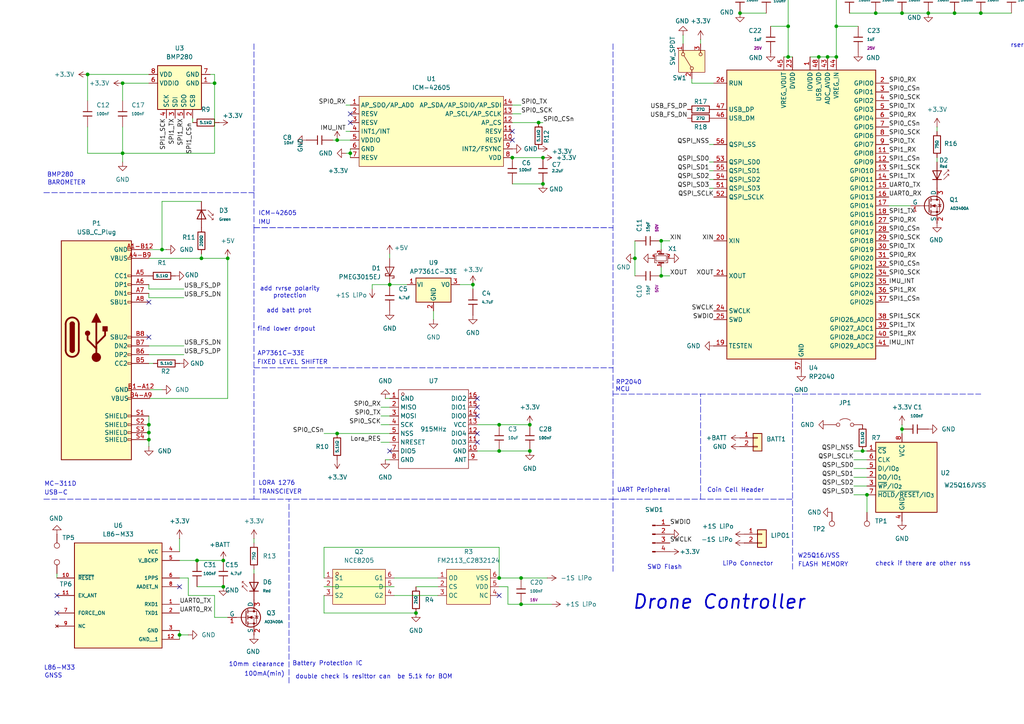
<source format=kicad_sch>
(kicad_sch (version 20250114) (generator "eeschema") (generator_version "9.0")
  (paper "A4")
  (text "TRANSCIEVER\n" (at 81.28 142.748 0) (effects (font (size 1.27 1.27))))
  (text "FLASH MEMORY\n" (at 238.76 163.83 0) (effects (font (size 1.27 1.27))))
  (text "Drone Controller\n" (at 208.534 174.752 0) (effects (font (size 4 4) (thickness 0.5) (italic yes))))
  (text "ICM-42605" (at 80.518 61.976 0) (effects (font (size 1.27 1.27))))
  (text "UART Peripheral\n" (at 186.69 142.24 0) (effects (font (size 1.27 1.27))))
  (text "Coin Cell Header\n" (at 213.36 142.24 0) (effects (font (size 1.27 1.27))))
  (text "L86-M33\n" (at 17.272 193.802 0) (effects (font (size 1.27 1.27))))
  (text "double check is resittor can  be 5.1k for BOM\n" (at 108.458 196.342 0) (effects (font (size 1.27 1.27))))
  (text "IMU\n" (at 76.708 64.516 0) (effects (font (size 1.27 1.27))))
  (text "add batt prot\n" (at 83.82 90.17 0) (effects (font (size 1.27 1.27))))
  (text "MC-311D\n" (at 17.526 140.462 0) (effects (font (size 1.27 1.27))))
  (text "SWD Flash" (at 192.786 164.592 0) (effects (font (size 1.27 1.27))))
  (text "100mA(min)\n\n" (at 76.708 196.596 0) (effects (font (size 1.27 1.27))))
  (text "AP7361C-33E" (at 81.534 102.616 0) (effects (font (size 1.27 1.27))))
  (text "FIXED LEVEL SHIFTER\n" (at 84.836 105.156 0) (effects (font (size 1.27 1.27))))
  (text "BAROMETER\n" (at 19.304 53.086 0) (effects (font (size 1.27 1.27))))
  (text "LiPo Connector\n" (at 216.916 163.576 0) (effects (font (size 1.27 1.27))))
  (text "Battery Protection IC" (at 94.996 192.532 0) (effects (font (size 1.27 1.27))))
  (text "USB-C\n" (at 16.256 143.002 0) (effects (font (size 1.27 1.27))))
  (text "check if there are other nss \n" (at 268.224 163.576 0) (effects (font (size 1.27 1.27))))
  (text "10mm clearance\n" (at 74.422 192.786 0) (effects (font (size 1.27 1.27))))
  (text "BMP280" (at 17.526 50.8 0) (effects (font (size 1.27 1.27))))
  (text "rserarch abt chip selct pins\n" (at 306.832 13.208 0) (effects (font (size 1.27 1.27))))
  (text "RP2040\n" (at 182.372 110.998 0) (effects (font (size 1.27 1.27))))
  (text "add rvrse polarity\nprotection" (at 84.074 84.836 0) (effects (font (size 1.27 1.27))))
  (text "GNSS\n" (at 15.494 196.088 0) (effects (font (size 1.27 1.27))))
  (text "MCU\n" (at 180.594 113.03 0) (effects (font (size 1.27 1.27))))
  (text "W25Q16JVSS" (at 237.49 161.29 0) (effects (font (size 1.27 1.27))))
  (text "find lower drpout\n" (at 83.058 95.504 0) (effects (font (size 1.27 1.27))))
  (text "LORA 1276\n" (at 80.264 140.208 0) (effects (font (size 1.27 1.27))))
  (junction (at 137.16 82.55))
  (junction (at 228.6 16.51))
  (junction (at 284.48 -3.81))
  (junction (at 269.24 3.81))
  (junction (at 43.18 127.508))
  (junction (at 184.15 74.93))
  (junction (at 58.42 74.93))
  (junction (at 120.65 177.8))
  (junction (at 97.79 125.73))
  (junction (at 25.4 21.59))
  (junction (at 113.03 82.55))
  (junction (at 156.21 35.56))
  (junction (at 64.77 162.56))
  (junction (at 144.78 167.64))
  (junction (at 251.46 143.51))
  (junction (at 250.19 130.81))
  (junction (at 151.13 175.26))
  (junction (at 276.86 3.81))
  (junction (at 261.62 124.46))
  (junction (at 144.78 130.81))
  (junction (at 242.57 16.51))
  (junction (at 254 -3.81))
  (junction (at 66.04 74.93))
  (junction (at 228.6 7.62))
  (junction (at 153.67 123.19))
  (junction (at 46.99 72.39))
  (junction (at 254 3.81))
  (junction (at 43.18 125.476))
  (junction (at 269.24 -3.81))
  (junction (at 43.18 123.19))
  (junction (at 284.48 3.81))
  (junction (at 157.48 53.34))
  (junction (at 237.49 16.51))
  (junction (at 228.6 -3.81))
  (junction (at 261.62 -3.81))
  (junction (at 64.77 170.18))
  (junction (at 157.48 45.72))
  (junction (at 97.79 40.64))
  (junction (at 148.59 45.72))
  (junction (at 222.25 -3.81))
  (junction (at 151.13 167.64))
  (junction (at 35.56 44.45))
  (junction (at 153.67 130.81))
  (junction (at 144.78 123.19))
  (junction (at 35.56 24.13))
  (junction (at 191.77 80.01))
  (junction (at 214.63 3.81))
  (junction (at 261.62 3.81))
  (junction (at 57.15 162.56))
  (junction (at 240.03 16.51))
  (junction (at 62.23 24.13))
  (junction (at 191.77 69.85))
  (junction (at 246.38 -3.81))
  (junction (at 101.6 44.45))
  (junction (at 52.07 184.15))
  (junction (at 242.57 7.62))
  (junction (at 276.86 -3.81))
  (no_connect (at 138.43 115.57))
  (no_connect (at 138.43 125.73))
  (no_connect (at 113.03 130.81))
  (no_connect (at 16.51 172.72))
  (no_connect (at 138.43 118.11))
  (no_connect (at 138.43 120.65))
  (no_connect (at 101.6 33.02))
  (no_connect (at 138.43 128.27))
  (no_connect (at 101.6 35.56))
  (no_connect (at 144.78 172.72))
  (no_connect (at 52.07 170.18))
  (no_connect (at 148.59 40.64))
  (no_connect (at 16.51 177.8))
  (no_connect (at 43.18 97.79))
  (no_connect (at 43.18 87.63))
  (no_connect (at 148.59 38.1))
  (wire (pts (xy 257.81 59.69) (xy 264.16 59.69)))
  (wire (pts (xy 247.65 143.51) (xy 251.46 143.51)))
  (wire (pts (xy 52.07 156.21) (xy 52.07 160.02)))
  (wire (pts (xy 46.99 72.39) (xy 43.18 72.39)))
  (wire (pts (xy 46.99 58.42) (xy 46.99 72.39)))
  (wire (pts (xy 58.42 73.66) (xy 58.42 74.93)))
  (wire (pts (xy 144.78 130.81) (xy 153.67 130.81)))
  (wire (pts (xy 44.45 105.41) (xy 43.18 105.41)))
  (wire (pts (xy 93.98 170.18) (xy 114.3 170.18)))
  (wire (pts (xy 62.23 44.45) (xy 62.23 24.13)))
  (wire (pts (xy 52.07 184.15) (xy 54.61 184.15)))
  (wire (pts (xy 97.79 125.73) (xy 113.03 125.73)))
  (wire (pts (xy 261.62 3.81) (xy 269.24 3.81)))
  (polyline (pts (xy 83.82 198.12) (xy 83.82 144.78)) (stroke (width 0) (type dash)))
  (wire (pts (xy 66.04 74.93) (xy 66.04 115.57)))
  (polyline (pts (xy 73.66 66.04) (xy 73.66 144.78)) (stroke (width 0) (type dash)))
  (polyline (pts (xy 177.8 12.7) (xy 177.8 137.16)) (stroke (width 0) (type dash)))
  (wire (pts (xy 158.75 167.64) (xy 151.13 167.64)))
  (wire (pts (xy 111.76 133.35) (xy 113.03 133.35)))
  (wire (pts (xy 144.78 167.64) (xy 151.13 167.64)))
  (polyline (pts (xy 73.66 55.88) (xy 73.66 66.04)) (stroke (width 0) (type dash)))
  (wire (pts (xy 43.18 83.82) (xy 43.18 82.55)))
  (wire (pts (xy 138.43 130.81) (xy 144.78 130.81)))
  (wire (pts (xy 138.43 123.19) (xy 144.78 123.19)))
  (wire (pts (xy 96.52 40.64) (xy 97.79 40.64)))
  (wire (pts (xy 114.3 167.64) (xy 127 167.64)))
  (wire (pts (xy 242.57 7.62) (xy 248.92 7.62)))
  (polyline (pts (xy 12.7 144.78) (xy 73.66 144.78)) (stroke (width 0) (type dash)))
  (wire (pts (xy 148.59 30.48) (xy 151.13 30.48)))
  (polyline (pts (xy 12.7 55.88) (xy 73.66 55.88)) (stroke (width 0) (type dash)))
  (wire (pts (xy 200.66 24.13) (xy 207.01 24.13)))
  (wire (pts (xy 205.74 52.07) (xy 207.01 52.07)))
  (wire (pts (xy 269.24 3.81) (xy 276.86 3.81)))
  (wire (pts (xy 57.15 170.18) (xy 64.77 170.18)))
  (polyline (pts (xy 177.8 114.3) (xy 284.48 114.3)) (stroke (width 0) (type dash)))
  (wire (pts (xy 93.98 158.75) (xy 93.98 167.64)))
  (wire (pts (xy 111.76 115.57) (xy 113.03 115.57)))
  (wire (pts (xy 62.23 21.59) (xy 62.23 24.13)))
  (wire (pts (xy 240.03 16.51) (xy 242.57 16.51)))
  (wire (pts (xy 101.6 44.45) (xy 101.6 45.72)))
  (wire (pts (xy 247.65 140.97) (xy 251.46 140.97)))
  (wire (pts (xy 144.78 167.64) (xy 144.78 158.75)))
  (wire (pts (xy 58.42 74.93) (xy 66.04 74.93)))
  (wire (pts (xy 62.23 172.72) (xy 62.23 179.07)))
  (wire (pts (xy 35.56 44.45) (xy 62.23 44.45)))
  (wire (pts (xy 110.49 128.27) (xy 113.03 128.27)))
  (wire (pts (xy 237.49 16.51) (xy 240.03 16.51)))
  (wire (pts (xy 276.86 3.81) (xy 284.48 3.81)))
  (wire (pts (xy 271.78 36.83) (xy 271.78 38.1)))
  (wire (pts (xy 246.38 3.81) (xy 254 3.81)))
  (wire (pts (xy 200.66 24.13) (xy 200.66 22.86)))
  (wire (pts (xy 100.33 30.48) (xy 101.6 30.48)))
  (wire (pts (xy 107.95 82.55) (xy 113.03 82.55)))
  (wire (pts (xy 73.66 165.1) (xy 73.66 166.37)))
  (wire (pts (xy 228.6 7.62) (xy 228.6 16.51)))
  (wire (pts (xy 205.74 46.99) (xy 207.01 46.99)))
  (wire (pts (xy 234.95 16.51) (xy 237.49 16.51)))
  (wire (pts (xy 43.18 86.36) (xy 43.18 85.09)))
  (wire (pts (xy 110.49 123.19) (xy 113.03 123.19)))
  (wire (pts (xy 113.03 82.55) (xy 118.11 82.55)))
  (wire (pts (xy 113.03 73.66) (xy 113.03 74.93)))
  (wire (pts (xy 247.65 133.35) (xy 251.46 133.35)))
  (wire (pts (xy 148.59 33.02) (xy 151.13 33.02)))
  (wire (pts (xy 35.56 46.99) (xy 35.56 44.45)))
  (wire (pts (xy 43.18 74.93) (xy 58.42 74.93)))
  (wire (pts (xy 55.88 34.29) (xy 55.88 35.56)))
  (wire (pts (xy 43.434 115.57) (xy 66.04 115.57)))
  (wire (pts (xy 223.52 7.62) (xy 228.6 7.62)))
  (wire (pts (xy 261.62 123.19) (xy 261.62 124.46)))
  (wire (pts (xy 73.66 156.21) (xy 73.66 157.48)))
  (wire (pts (xy 93.98 177.8) (xy 120.65 177.8)))
  (wire (pts (xy 269.24 -5.08) (xy 269.24 -3.81)))
  (wire (pts (xy 254 -3.81) (xy 261.62 -3.81)))
  (wire (pts (xy 194.31 69.85) (xy 191.77 69.85)))
  (wire (pts (xy 198.12 10.16) (xy 198.12 12.7)))
  (wire (pts (xy 144.78 158.75) (xy 93.98 158.75)))
  (wire (pts (xy 43.18 24.13) (xy 35.56 24.13)))
  (wire (pts (xy 114.3 172.72) (xy 127 172.72)))
  (wire (pts (xy 100.33 38.1) (xy 101.6 38.1)))
  (wire (pts (xy 43.18 123.19) (xy 43.18 125.476)))
  (wire (pts (xy 205.74 54.61) (xy 207.01 54.61)))
  (wire (pts (xy 247.65 138.43) (xy 251.46 138.43)))
  (wire (pts (xy 110.49 118.11) (xy 113.03 118.11)))
  (wire (pts (xy 227.33 16.51) (xy 228.6 16.51)))
  (wire (pts (xy 205.74 49.53) (xy 207.01 49.53)))
  (wire (pts (xy 57.15 162.56) (xy 64.77 162.56)))
  (wire (pts (xy 16.51 166.37) (xy 16.51 167.64)))
  (wire (pts (xy 228.6 -5.08) (xy 228.6 -3.81)))
  (wire (pts (xy 101.6 43.18) (xy 101.6 44.45)))
  (wire (pts (xy 148.59 45.72) (xy 157.48 45.72)))
  (wire (pts (xy 93.98 125.73) (xy 97.79 125.73)))
  (wire (pts (xy 254 3.81) (xy 261.62 3.81)))
  (wire (pts (xy 62.23 21.59) (xy 60.96 21.59)))
  (wire (pts (xy 205.74 41.91) (xy 207.01 41.91)))
  (wire (pts (xy 43.18 120.65) (xy 43.18 123.19)))
  (wire (pts (xy 100.33 44.45) (xy 101.6 44.45)))
  (wire (pts (xy 120.65 170.18) (xy 127 170.18)))
  (wire (pts (xy 137.16 83.82) (xy 137.16 82.55)))
  (wire (pts (xy 214.63 -3.81) (xy 222.25 -3.81)))
  (wire (pts (xy 25.4 36.83) (xy 25.4 44.45)))
  (wire (pts (xy 269.24 -3.81) (xy 276.86 -3.81)))
  (wire (pts (xy 52.07 184.15) (xy 52.07 182.88)))
  (wire (pts (xy 54.61 172.72) (xy 62.23 172.72)))
  (wire (pts (xy 246.38 -3.81) (xy 242.57 -3.81)))
  (wire (pts (xy 93.98 172.72) (xy 93.98 177.8)))
  (polyline (pts (xy 73.66 144.78) (xy 177.8 144.78)) (stroke (width 0) (type dash)))
  (wire (pts (xy 133.35 82.55) (xy 137.16 82.55)))
  (wire (pts (xy 276.86 -3.81) (xy 284.48 -3.81)))
  (wire (pts (xy 43.18 100.33) (xy 53.34 100.33)))
  (polyline (pts (xy 73.66 106.68) (xy 177.8 106.68)) (stroke (width 0) (type dash)))
  (wire (pts (xy 52.07 167.64) (xy 54.61 167.64)))
  (wire (pts (xy 53.34 102.87) (xy 43.18 102.87)))
  (wire (pts (xy 271.78 45.72) (xy 271.78 46.99)))
  (polyline (pts (xy 203.2 144.78) (xy 203.2 114.3)) (stroke (width 0) (type dash)))
  (wire (pts (xy 284.48 3.81) (xy 293.37 3.81)))
  (wire (pts (xy 16.51 166.37) (xy 16.5078 166.37)))
  (wire (pts (xy 25.4 21.59) (xy 25.4 29.21)))
  (polyline (pts (xy 177.8 137.16) (xy 177.8 144.78)) (stroke (width 0) (type dash)))
  (wire (pts (xy 52.07 185.42) (xy 52.07 184.15)))
  (wire (pts (xy 148.59 53.34) (xy 157.48 53.34)))
  (wire (pts (xy 125.73 90.17) (xy 125.73 92.71)))
  (polyline (pts (xy 229.87 165.1) (xy 229.87 114.3)) (stroke (width 0) (type dash)))
  (wire (pts (xy 284.48 -3.81) (xy 293.37 -3.81)))
  (wire (pts (xy 110.49 120.65) (xy 113.03 120.65)))
  (wire (pts (xy 52.07 162.56) (xy 57.15 162.56)))
  (wire (pts (xy 151.13 175.26) (xy 147.32 175.26)))
  (wire (pts (xy 97.79 40.64) (xy 101.6 40.64)))
  (wire (pts (xy 247.65 135.89) (xy 251.46 135.89)))
  (polyline (pts (xy 177.8 165.735) (xy 177.8 144.78)) (stroke (width 0) (type dash)))
  (wire (pts (xy 261.62 124.46) (xy 261.62 125.73)))
  (wire (pts (xy 148.59 35.56) (xy 156.21 35.56)))
  (wire (pts (xy 43.18 125.476) (xy 43.18 127.508)))
  (wire (pts (xy 62.23 24.13) (xy 60.96 24.13)))
  (wire (pts (xy 43.18 83.82) (xy 53.34 83.82)))
  (polyline (pts (xy 73.66 66.04) (xy 177.8 66.04)) (stroke (width 0) (type dash)))
  (wire (pts (xy 251.46 143.51) (xy 251.46 148.59)))
  (wire (pts (xy 58.42 58.42) (xy 46.99 58.42)))
  (wire (pts (xy 247.65 130.81) (xy 250.19 130.81)))
  (wire (pts (xy 43.18 86.36) (xy 53.34 86.36)))
  (polyline (pts (xy 177.8 144.78) (xy 229.87 144.78)) (stroke (width 0) (type dash)))
  (wire (pts (xy 54.61 167.64) (xy 54.61 172.72)))
  (wire (pts (xy 147.32 170.18) (xy 144.78 170.18)))
  (wire (pts (xy 160.02 175.26) (xy 151.13 175.26)))
  (wire (pts (xy 107.95 82.55) (xy 107.95 83.82)))
  (wire (pts (xy 62.23 179.07) (xy 66.04 179.07)))
  (wire (pts (xy 191.77 80.01) (xy 194.31 80.01)))
  (wire (pts (xy 191.77 72.39) (xy 191.77 69.85)))
  (wire (pts (xy 25.4 44.45) (xy 35.56 44.45)))
  (wire (pts (xy 156.21 35.56) (xy 157.48 35.56)))
  (wire (pts (xy 203.2 11.43) (xy 203.2 12.7)))
  (wire (pts (xy 184.15 74.93) (xy 184.15 69.85)))
  (wire (pts (xy 43.434 113.03) (xy 46.99 113.03)))
  (wire (pts (xy 48.26 72.39) (xy 46.99 72.39)))
  (wire (pts (xy 43.18 21.59) (xy 25.4 21.59)))
  (wire (pts (xy 144.78 123.19) (xy 153.67 123.19)))
  (wire (pts (xy 242.57 7.62) (xy 242.57 16.51)))
  (wire (pts (xy 261.62 -3.81) (xy 269.24 -3.81)))
  (wire (pts (xy 228.6 -3.81) (xy 228.6 7.62)))
  (wire (pts (xy 43.18 127.508) (xy 43.18 129.54)))
  (wire (pts (xy 214.63 3.81) (xy 222.25 3.81)))
  (wire (pts (xy 250.19 130.81) (xy 251.46 130.81)))
  (wire (pts (xy 184.15 80.01) (xy 184.15 74.93)))
  (wire (pts (xy 191.77 80.01) (xy 191.77 77.47)))
  (wire (pts (xy 242.57 -3.81) (xy 242.57 7.62)))
  (wire (pts (xy 35.56 24.13) (xy 35.56 29.21)))
  (polyline (pts (xy 73.66 66.04) (xy 176.53 66.04)) (stroke (width 0) (type dash)))
  (polyline (pts (xy 73.66 12.7) (xy 73.66 55.88)) (stroke (width 0) (type dash)))
  (wire (pts (xy 35.56 36.83) (xy 35.56 44.45)))
  (wire (pts (xy 254 -3.81) (xy 246.38 -3.81)))
  (wire (pts (xy 228.6 16.51) (xy 229.87 16.51)))
  (wire (pts (xy 147.32 175.26) (xy 147.32 170.18)))
  (wire (pts (xy 222.25 -3.81) (xy 228.6 -3.81)))
  (label "SPI0_TX" (at 257.81 72.39 0))
  (label "SPI0_SCK" (at 151.13 33.02 0))
  (label "QSPI_SD0" (at 205.74 46.99 180))
  (label "SPI0_TX" (at 110.49 120.65 180))
  (label "SPI0_CSn" (at 257.81 36.83 0))
  (label "SWDIO" (at 207.01 92.71 180))
  (label "SPI1_SCK" (at 257.81 92.71 0))
  (label "QSPI_NSS" (at 205.74 41.91 180))
  (label "SPI1_TX" (at 257.81 62.23 0))
  (label "SPI0_SCK" (at 257.81 39.37 0))
  (label "SPI0_RX" (at 100.33 30.48 180))
  (label "SPI1_CSn" (at 257.81 46.99 0))
  (label "SPI1_RX" (at 257.81 44.45 0))
  (label "SPI0_RX" (at 257.81 24.13 0))
  (label "UART0_TX" (at 257.81 54.61 0))
  (label "SPI1_RX" (at 257.81 97.79 0))
  (label "XIN" (at 207.01 69.85 180))
  (label "SPI0_SCK" (at 257.81 69.85 0))
  (label "SPI0_SCK" (at 110.49 123.19 180))
  (label "SPI1_RX" (at 257.81 85.09 0))
  (label "SPI1_RX" (at 53.34 34.29 270))
  (label "QSPI_SD1" (at 205.74 49.53 180))
  (label "SPI0_SCK" (at 257.81 29.21 0))
  (label "UART0_RX" (at 52.07 177.8 0))
  (label "SPI1_TX" (at 50.8 34.29 270))
  (label "SPI0_SCK" (at 257.81 80.01 0))
  (label "SPI0_TX" (at 151.13 30.48 0))
  (label "UART0_TX" (at 52.07 175.26 0))
  (label "SPI0_TX" (at 257.81 41.91 0))
  (label "XOUT" (at 194.31 80.01 0))
  (label "USB_FS_DP" (at 53.34 102.87 0))
  (label "SPI1_TX" (at 257.81 52.07 0))
  (label "XIN" (at 194.31 69.85 0))
  (label "USB_FS_DP" (at 53.34 83.82 0))
  (label "SPI0_RX" (at 257.81 74.93 0))
  (label "USB_FS_DP" (at 199.39 31.75 180))
  (label "UART0_RX" (at 257.81 57.15 0))
  (label "SPI0_CSn" (at 257.81 77.47 0))
  (label "SPI1_SCK" (at 257.81 49.53 0))
  (label "SPI1_TX" (at 257.81 95.25 0))
  (label "USB_FS_DN" (at 199.39 34.29 180))
  (label "QSPI_SD2" (at 205.74 52.07 180))
  (label "QSPI_SD2" (at 247.65 140.97 180))
  (label "QSPI_SD3" (at 247.65 143.51 180))
  (label "SPI0_CSn" (at 257.81 26.67 0))
  (label "SPI1_SCK" (at 48.26 34.29 270))
  (label "XOUT" (at 207.01 80.01 180))
  (label "SWCLK" (at 207.01 90.17 180))
  (label "SPI0_RX" (at 110.49 118.11 180))
  (label "SPI1_CSn" (at 257.81 87.63 0))
  (label "USB_FS_DN" (at 53.34 86.36 0))
  (label "QSPI_SD3" (at 205.74 54.61 180))
  (label "IMU_INT" (at 100.33 38.1 180))
  (label "QSPI_SD1" (at 247.65 138.43 180))
  (label "Lora_RES" (at 110.49 128.27 180))
  (label "SWCLK" (at 194.31 157.48 0))
  (label "QSPI_SCLK" (at 207.01 57.15 180))
  (label "QSPI_SD0" (at 247.65 135.89 180))
  (label "SPI0_TX" (at 257.81 31.75 0))
  (label "QSPI_NSS" (at 247.65 130.81 180))
  (label "SPI0_CSn" (at 93.98 125.73 180))
  (label "SPI0_CSn" (at 257.81 67.31 0))
  (label "IMU_INT" (at 257.81 100.33 0))
  (label "USB_FS_DN" (at 53.34 100.33 0))
  (label "SPI0_RX" (at 257.81 34.29 0))
  (label "SWDIO" (at 194.31 152.4 0))
  (label "QSPI_SCLK" (at 247.65 133.35 180))
  (label "SPI1_CSn" (at 55.88 35.56 270))
  (label "SPI0_CSn" (at 157.48 35.56 0))
  (label "SPI0_RX" (at 257.81 64.77 0))
  (label "IMU_INT" (at 257.81 82.55 0))
  (symbol (lib_id "PCM_JLCPCB-Resistors:0402,200Ω") (at 58.42 69.85 180) (unit 1)
    (property "Reference" "R11" (at 52.832 68.834 0) (effects (justify right)))
    (property "Value" "200Ω" (at 58.42 69.85 90) (effects (font (size 0.8 0.8))))
    (property "Footprint" "Resistor_SMD:R_0402_1005Metric" (effects (hide yes)))
    (property "Datasheet" "https://www.lcsc.com/datasheet/lcsc_datasheet_2205311900_UNI-ROYAL-Uniroyal-Elec-0402WGF2000TCE_C25087.pdf" (effects (hide yes)))
    (property "Description" "62.5mW Thick Film Resistors 50V ±100ppm/°C ±1% 200Ω 0402 Chip Resistor - Surface Mount ROHS" (effects (hide yes)))
    (property "Stock" "981717" (effects (hide yes)))
    (property "Price" "0.004USD" (effects (hide yes)))
    (property "Process" "SMT" (effects (hide yes)))
    (property "Attrition Qty" "10" (effects (hide yes)))
    (property "Class" "Basic Component" (effects (hide yes)))
    (property "Category" "Resistors,Chip Resistor - Surface Mount" (effects (hide yes)))
    (property "Part" "0402WGF2000TCE" (effects (hide yes)))
    (property "Resistance" "200Ω" (effects (hide yes)))
    (property "Power(Watts)" "62.5mW" (effects (hide yes)))
    (property "Type" "Thick Film Resistors" (effects (hide yes)))
    (property "Overload Voltage (Max)" "50V" (effects (hide yes)))
    (property "Operating Temperature Range" "-55°C~+155°C" (effects (hide yes)))
    (property "Tolerance" "±1%" (effects (hide yes)))
    (property "Temperature Coefficient" "±100ppm/°C" (effects (hide yes)))
    (property "LCSC Part Number" "C25087" (effects (hide yes)))
  )
  (symbol (lib_id "power:GND") (at 198.12 10.16 180) (unit 1)
    (property "Reference" "#PWR061" (effects (hide yes)))
    (property "Value" "GND" (at 197.866 6.096 0))
    (property "Description" "Power symbol creates a global label with name \"GND\" , ground" (effects (hide yes)))
  )
  (symbol (lib_id "power:+3.3V") (at 52.07 156.21 0) (unit 1)
    (property "Reference" "#PWR035" (effects (hide yes)))
    (property "Value" "+3.3V" (at 52.07 151.13 0))
    (property "Description" "Power symbol creates a global label with name \"+3.3V\"" (effects (hide yes)))
  )
  (symbol (lib_id "power:+3.3V") (at 157.48 45.72 270) (unit 1)
    (property "Reference" "#PWR070" (effects (hide yes)))
    (property "Value" "+3.3V" (at 161.29 45.7199 90) (effects (justify left)))
    (property "Description" "Power symbol creates a global label with name \"+3.3V\"" (effects (hide yes)))
  )
  (symbol (lib_name "0402,100nF_1") (lib_id "PCM_JLCPCB-Capacitors:0402,100nF") (at 57.15 166.37 0) (unit 1)
    (property "Reference" "C31" (at 58.928 163.83 0) (effects (justify left)))
    (property "Value" "100nF" (at 58.928 166.37 0) (effects (font (size 0.8 0.8)) (justify left)))
    (property "Footprint" "PCM_JLCPCB:C_0402" (effects (hide yes)))
    (property "Datasheet" "https://www.lcsc.com/datasheet/lcsc_datasheet_2304140030_Samsung-Electro-Mechanics-CL05B104KO5NNNC_C1525.pdf" (effects (hide yes)))
    (property "Description" "16V 100nF X7R ±10% 0402 Multilayer Ceramic Capacitors MLCC - SMD/SMT ROHS" (effects (hide yes)))
    (property "Stock" "21618579" (effects (hide yes)))
    (property "Price" "0.004USD" (effects (hide yes)))
    (property "Process" "SMT" (effects (hide yes)))
    (property "Attrition Qty" "10" (effects (hide yes)))
    (property "Class" "Basic Component" (effects (hide yes)))
    (property "Category" "Capacitors,Multilayer Ceramic Capacitors MLCC - SMD/SMT" (effects (hide yes)))
    (property "Part" "CL05B104KO5NNNC" (effects (hide yes)))
    (property "Voltage Rated" "16V" (effects (hide yes)))
    (property "Tolerance" "±10%" (effects (hide yes)))
    (property "Capacitance" "100nF" (effects (hide yes)))
    (property "Temperature Coefficient" "X7R" (effects (hide yes)))
    (property "LCSC Part Number" "C1525" (effects (hide yes)))
  )
  (symbol (lib_id "Connector:USB_C_Plug_12pin") (at 27.94 97.79 0) (unit 1)
    (property "Reference" "P1" (at 28.0035 64.77 0))
    (property "Value" "USB_C_Plug" (at 28.0035 67.31 0))
    (property "Footprint" "Connector_USB:USB_C_Receptacle_GCT_USB4105-xx-A_16P_TopMnt_Horizontal" (effects (hide yes)))
    (property "Description" "USB Type-C Plug connector" (effects (hide yes)))
    (property "LCSC Part Number" "C136423" (effects (hide yes)))
    (property "NAME" "USB" (effects (hide yes)))
  )
  (symbol (lib_id "power:+BATT") (at 64.77 162.56 0) (unit 1)
    (property "Reference" "#PWR040" (effects (hide yes)))
    (property "Value" "+BATT" (at 63.754 157.988 0))
    (property "Description" "Power symbol creates a global label with name \"+BATT\"" (effects (hide yes)))
  )
  (symbol (lib_id "PCM_JLCPCB-Capacitors:0402,100nF") (at 148.59 49.53 180) (unit 1)
    (property "Reference" "C6" (at 152.654 47.244 0))
    (property "Value" "100nF" (at 152.4 49.276 0) (effects (font (size 0.8 0.8))))
    (property "Footprint" "PCM_JLCPCB:C_0402" (effects (hide yes)))
    (property "Datasheet" "https://www.lcsc.com/datasheet/lcsc_datasheet_2304140030_Samsung-Electro-Mechanics-CL05B104KO5NNNC_C1525.pdf" (effects (hide yes)))
    (property "Description" "16V 100nF X7R ±10% 0402 Multilayer Ceramic Capacitors MLCC - SMD/SMT ROHS" (effects (hide yes)))
    (property "Stock" "24076106" (effects (hide yes)))
    (property "Price" "0.004USD" (effects (hide yes)))
    (property "Process" "SMT" (effects (hide yes)))
    (property "Attrition Qty" "10" (effects (hide yes)))
    (property "Class" "Basic Component" (effects (hide yes)))
    (property "Category" "Capacitors,Multilayer Ceramic Capacitors MLCC - SMD/SMT" (effects (hide yes)))
    (property "Part" "CL05B104KO5NNNC" (effects (hide yes)))
    (property "Voltage Rated" "16V" (effects (hide yes)))
    (property "Tolerance" "±10%" (effects (hide yes)))
    (property "Capacitance" "100nF" (effects (hide yes)))
    (property "Temperature Coefficient" "X7R" (effects (hide yes)))
    (property "LCSC Part Number" "C1525" (effects (hide yes)))
  )
  (symbol (lib_id "Regulator_Linear:AP7361C-33E") (at 125.73 82.55 0) (unit 1)
    (property "Reference" "U9" (at 125.73 76.2 0))
    (property "Value" "AP7361C-33E" (at 125.73 78.74 0))
    (property "Footprint" "Package_TO_SOT_SMD:SOT-223-3_TabPin2" (effects (hide yes)))
    (property "Datasheet" "https://www.diodes.com/assets/Datasheets/AP7361C.pdf" (effects (hide yes)))
    (property "Description" "1A Low Dropout regulator, positive, 3.3V fixed output, SOT-223" (effects (hide yes)))
    (property "LCSC Part Number" "C500795" (effects (hide yes)))
    (property "NAME" "LDO" (effects (hide yes)))
  )
  (symbol (lib_id "power:GND") (at 111.76 133.35 0) (unit 1)
    (property "Reference" "#PWR055" (effects (hide yes)))
    (property "Value" "GND" (at 111.76 138.43 0))
    (property "Description" "Power symbol creates a global label with name \"GND\" , ground" (effects (hide yes)))
  )
  (symbol (lib_id "lora1276:LORA1276-C1-915MHZ") (at 125.73 124.46 0) (unit 1)
    (property "Reference" "U7" (at 125.73 110.49 0))
    (property "Value" "915MHz" (at 125.73 124.46 0))
    (property "Footprint" "Lora1276:COMM-SMD_LORA1276-C1-915MHZ" (effects (hide yes)))
    (property "Datasheet" "https://atta.szlcsc.com/upload/public/pdf/source/20220425/530C73F5612432B98CDC262676D34B0B.pdf" (effects (hide yes)))
    (property "Description" "Frequency:915MHz Output Power:20dBm Output Power:20dBm Interface Type:SPI Modulation System:LoRa；GFSK；FSK Voltage - Supply:3.3V Voltage - Supply:3.3V Receive  Current:10.8mA Send  Current:120mA Sensitivity:-139dBm Sensitivity:-139dBm Operating Temperature" (effects (hide yes)))
    (property "LCSC Part Number" "C3001531" (effects (hide yes)))
    (property "NAME" "TRANSCIEVER" (effects (hide yes)))
  )
  (symbol (lib_id "power:GND") (at 64.77 170.18 0) (unit 1)
    (property "Reference" "#PWR046" (effects (hide yes)))
    (property "Value" "GND" (at 67.31 171.196 0))
    (property "Description" "Power symbol creates a global label with name \"GND\" , ground" (effects (hide yes)))
  )
  (symbol (lib_id "power:GND") (at 120.65 177.8 0) (unit 1)
    (property "Reference" "#PWR024" (effects (hide yes)))
    (property "Value" "GND" (at 120.65 182.88 0))
    (property "Description" "Power symbol creates a global label with name \"GND\" , ground" (effects (hide yes)))
  )
  (symbol (lib_id "easyeda2kicad:NCE8205") (at 104.14 170.18 0) (unit 1)
    (property "Reference" "Q2" (at 104.14 160.02 0))
    (property "Value" "NCE8205" (at 104.14 162.56 0))
    (property "Footprint" "easyeda2kicad:SOT-23-6_L2.9-W1.6-P0.95-LS2.8-BL" (effects (hide yes)))
    (property "LCSC Part" "C502858" (effects (hide yes)))
  )
  (symbol (lib_name "0402,4.7uF_2") (lib_id "PCM_JLCPCB-Capacitors:0402,4.7uF") (at 137.16 87.63 0) (unit 1)
    (property "Reference" "C4" (at 139.7 85.0899 0) (effects (justify left)))
    (property "Value" "4.7uF" (at 139.7 87.63 0) (effects (font (size 0.8 0.8)) (justify left)))
    (property "Footprint" "PCM_JLCPCB:C_0402" (effects (hide yes)))
    (property "Datasheet" "https://www.lcsc.com/datasheet/lcsc_datasheet_2304140030_Samsung-Electro-Mechanics-CL05A475MP5NRNC_C23733.pdf" (effects (hide yes)))
    (property "Description" "10V 4.7uF X5R ±20% 0402 Multilayer Ceramic Capacitors MLCC - SMD/SMT ROHS" (effects (hide yes)))
    (property "Stock" "1297662" (effects (hide yes)))
    (property "Price" "0.008USD" (effects (hide yes)))
    (property "Process" "SMT" (effects (hide yes)))
    (property "Attrition Qty" "10" (effects (hide yes)))
    (property "Class" "Basic Component" (effects (hide yes)))
    (property "Category" "Capacitors,Multilayer Ceramic Capacitors MLCC - SMD/SMT" (effects (hide yes)))
    (property "Part" "CL05A475MP5NRNC" (effects (hide yes)))
    (property "Voltage Rated" "10V" (effects (hide yes)))
    (property "Tolerance" "±20%" (effects (hide yes)))
    (property "Capacitance" "4.7uF" (effects (hide yes)))
    (property "Temperature Coefficient" "X5R" (effects (hide yes)))
    (property "LCSC Part Number" "C23733" (effects (hide yes)))
  )
  (symbol (lib_id "power:+1V1") (at 158.75 167.64 270) (unit 1)
    (property "Reference" "#PWR022" (effects (hide yes)))
    (property "Value" "-1S LiPo" (at 162.56 167.6399 90) (effects (justify left)))
    (property "Description" "Power symbol creates a global label with name \"+1V1\"" (effects (hide yes)))
  )
  (symbol (lib_id "power:GND") (at 16.51 154.94 180) (unit 1)
    (property "Reference" "#PWR059" (effects (hide yes)))
    (property "Value" "GND" (at 16.256 150.368 0))
    (property "Description" "Power symbol creates a global label with name \"GND\" , ground" (effects (hide yes)))
  )
  (symbol (lib_id "PCM_JLCPCB-Capacitors:0402,100nF") (at 284.48 0 0) (unit 1)
    (property "Reference" "C14" (at 287.02 -2.5401 0) (effects (justify left)))
    (property "Value" "100nF" (at 286.258 0 0) (effects (font (size 0.8 0.8)) (justify left)))
    (property "Footprint" "PCM_JLCPCB:C_0402" (effects (hide yes)))
    (property "Datasheet" "https://www.lcsc.com/datasheet/lcsc_datasheet_2304140030_Samsung-Electro-Mechanics-CL05B104KO5NNNC_C1525.pdf" (effects (hide yes)))
    (property "Description" "16V 100nF X7R ±10% 0402 Multilayer Ceramic Capacitors MLCC - SMD/SMT ROHS" (effects (hide yes)))
    (property "Stock" "24076106" (effects (hide yes)))
    (property "Price" "0.004USD" (effects (hide yes)))
    (property "Process" "SMT" (effects (hide yes)))
    (property "Attrition Qty" "10" (effects (hide yes)))
    (property "Class" "Basic Component" (effects (hide yes)))
    (property "Category" "Capacitors,Multilayer Ceramic Capacitors MLCC - SMD/SMT" (effects (hide yes)))
    (property "Part" "CL05B104KO5NNNC" (effects (hide yes)))
    (property "Voltage Rated" "16V" (effects (hide yes)))
    (property "Tolerance" "±10%" (effects (hide yes)))
    (property "Capacitance" "100nF" (effects (hide yes)))
    (property "Temperature Coefficient" "X7R" (effects (hide yes)))
    (property "LCSC Part Number" "C1525" (effects (hide yes)))
  )
  (symbol (lib_id "easyeda2kicad:FM2113_C2832124") (at 135.89 170.18 0) (unit 1)
    (property "Reference" "R3" (at 135.89 160.02 0))
    (property "Value" "FM2113_C2832124" (at 135.89 162.56 0))
    (property "Footprint" "easyeda2kicad:SOT-23-6_L2.9-W1.6-P0.95-LS2.8-BR" (effects (hide yes)))
    (property "LCSC Part" "C2832124" (effects (hide yes)))
  )
  (symbol (lib_id "PCM_JLCPCB-Resistors:0603,27Ω") (at 203.2 31.75 90) (unit 1)
    (property "Reference" "R17" (at 203.2 29.464 90))
    (property "Value" "27Ω" (at 203.2 31.75 90) (effects (font (size 0.8 0.8))))
    (property "Footprint" "PCM_JLCPCB:R_0603" (effects (hide yes)))
    (property "Datasheet" "https://www.lcsc.com/datasheet/lcsc_datasheet_2205311845_UNI-ROYAL-Uniroyal-Elec-0603WAF270JT5E_C25190.pdf" (effects (hide yes)))
    (property "Description" "100mW Thick Film Resistors 75V ±1% ±200ppm/°C 27Ω 0603 Chip Resistor - Surface Mount ROHS" (effects (hide yes)))
    (property "LCSC" "C25190" (effects (hide yes)))
    (property "Stock" "142317" (effects (hide yes)))
    (property "Price" "0.004USD" (effects (hide yes)))
    (property "Process" "SMT" (effects (hide yes)))
    (property "Minimum Qty" "20" (effects (hide yes)))
    (property "Attrition Qty" "10" (effects (hide yes)))
    (property "Class" "Preferred Component" (effects (hide yes)))
    (property "Category" "Resistors,Chip Resistor - Surface Mount" (effects (hide yes)))
    (property "Manufacturer" "UNI-ROYAL(Uniroyal Elec)" (effects (hide yes)))
    (property "Part" "0603WAF270JT5E" (effects (hide yes)))
    (property "Resistance" "27Ω" (effects (hide yes)))
    (property "Power(Watts)" "100mW" (effects (hide yes)))
    (property "Type" "Thick Film Resistors" (effects (hide yes)))
    (property "Overload Voltage (Max)" "75V" (effects (hide yes)))
    (property "Operating Temperature Range" "-55°C~+155°C" (effects (hide yes)))
    (property "Tolerance" "±1%" (effects (hide yes)))
    (property "Temperature Coefficient" "±200ppm/°C" (effects (hide yes)))
  )
  (symbol (lib_id "power:GND") (at 46.99 113.03 90) (unit 1)
    (property "Reference" "#PWR016" (effects (hide yes)))
    (property "Value" "GND" (at 50.8 113.0299 90) (effects (justify right)))
    (property "Description" "Power symbol creates a global label with name \"GND\" , ground" (effects (hide yes)))
  )
  (symbol (lib_id "power:+BATT") (at 214.63 127 90) (unit 1)
    (property "Reference" "#PWR021" (effects (hide yes)))
    (property "Value" "+BATT" (at 210.82 126.9999 90) (effects (justify left)))
    (property "Description" "Power symbol creates a global label with name \"+BATT\"" (effects (hide yes)))
  )
  (symbol (lib_id "PCM_JLCPCB-Capacitors:0402,100nF") (at 293.37 0 0) (unit 1)
    (property "Reference" "C16" (at 295.91 -2.5401 0) (effects (justify left)))
    (property "Value" "100nF" (at 295.148 0 0) (effects (font (size 0.8 0.8)) (justify left)))
    (property "Footprint" "PCM_JLCPCB:C_0402" (effects (hide yes)))
    (property "Datasheet" "https://www.lcsc.com/datasheet/lcsc_datasheet_2304140030_Samsung-Electro-Mechanics-CL05B104KO5NNNC_C1525.pdf" (effects (hide yes)))
    (property "Description" "16V 100nF X7R ±10% 0402 Multilayer Ceramic Capacitors MLCC - SMD/SMT ROHS" (effects (hide yes)))
    (property "Stock" "24076106" (effects (hide yes)))
    (property "Price" "0.004USD" (effects (hide yes)))
    (property "Process" "SMT" (effects (hide yes)))
    (property "Attrition Qty" "10" (effects (hide yes)))
    (property "Class" "Basic Component" (effects (hide yes)))
    (property "Category" "Capacitors,Multilayer Ceramic Capacitors MLCC - SMD/SMT" (effects (hide yes)))
    (property "Part" "CL05B104KO5NNNC" (effects (hide yes)))
    (property "Voltage Rated" "16V" (effects (hide yes)))
    (property "Tolerance" "±10%" (effects (hide yes)))
    (property "Capacitance" "100nF" (effects (hide yes)))
    (property "Temperature Coefficient" "X7R" (effects (hide yes)))
    (property "LCSC Part Number" "C1525" (effects (hide yes)))
  )
  (symbol (lib_id "power:+3.3V") (at 194.31 160.02 270) (mirror x) (unit 1)
    (property "Reference" "#PWR01" (effects (hide yes)))
    (property "Value" "+3.3V" (at 197.104 160.02 90) (effects (justify left)))
    (property "Description" "Power symbol creates a global label with name \"+3.3V\"" (effects (hide yes)))
  )
  (symbol (lib_id "power:GND") (at 52.07 105.41 90) (unit 1)
    (property "Reference" "#PWR014" (effects (hide yes)))
    (property "Value" "GND" (at 55.118 105.41 90) (effects (justify right)))
    (property "Description" "Power symbol creates a global label with name \"GND\" , ground" (effects (hide yes)))
  )
  (symbol (lib_id "power:GND") (at 184.15 74.93 270) (unit 1)
    (property "Reference" "#PWR08" (effects (hide yes)))
    (property "Value" "GND" (at 180.848 77.47 90))
    (property "Description" "Power symbol creates a global label with name \"GND\" , ground" (effects (hide yes)))
  )
  (symbol (lib_id "MCU_RaspberryPi:RP2040") (at 232.41 62.23 0) (unit 1)
    (property "Reference" "U4" (at 234.5533 106.68 0) (effects (justify left)))
    (property "Value" "RP2040" (at 234.5533 109.22 0) (effects (justify left)))
    (property "Footprint" "Package_DFN_QFN:QFN-56-1EP_7x7mm_P0.4mm_EP3.2x3.2mm" (effects (hide yes)))
    (property "Datasheet" "https://datasheets.raspberrypi.com/rp2040/rp2040-datasheet.pdf" (effects (hide yes)))
    (property "Description" "A microcontroller by Raspberry Pi" (effects (hide yes)))
    (property "NAME" "MCU" (effects (hide yes)))
  )
  (symbol (lib_id "easyeda2kicad:ICM-42605") (at 125.73 36.83 0) (unit 1)
    (property "Reference" "U1" (at 125.095 22.86 0))
    (property "Value" "ICM-42605" (at 125.095 25.4 0))
    (property "Footprint" "easyeda2kicad:LGA-14_L3.0-W2.5-P0.50-TL" (effects (hide yes)))
    (property "LCSC Part Number" "C2655099" (effects (hide yes)))
  )
  (symbol (lib_id "power:GND") (at 88.9 40.64 270) (unit 1)
    (property "Reference" "#PWR064" (effects (hide yes)))
    (property "Value" "GND" (at 87.122 44.196 0) (effects (justify right)))
    (property "Description" "Power symbol creates a global label with name \"GND\" , ground" (effects (hide yes)))
  )
  (symbol (lib_id "power:GND") (at 48.26 72.39 90) (unit 1)
    (property "Reference" "#PWR015" (effects (hide yes)))
    (property "Value" "GND" (at 52.07 72.3899 90) (effects (justify right)))
    (property "Description" "Power symbol creates a global label with name \"GND\" , ground" (effects (hide yes)))
  )
  (symbol (lib_id "PCM_JLCPCB-Resistors:0402,5.1kΩ") (at 46.99 80.01 270) (unit 1)
    (property "Reference" "R1" (at 46.99 76.2 90))
    (property "Value" "5.1kΩ" (at 46.99 80.01 90) (effects (font (size 0.8 0.8))))
    (property "Footprint" "Resistor_SMD:R_0402_1005Metric" (effects (hide yes)))
    (property "Datasheet" "https://www.lcsc.com/datasheet/lcsc_datasheet_2206010045_UNI-ROYAL-Uniroyal-Elec-0402WGF5101TCE_C25905.pdf" (effects (hide yes)))
    (property "Description" "62.5mW Thick Film Resistors 50V ±100ppm/°C ±1% 5.1kΩ 0402 Chip Resistor - Surface Mount ROHS" (effects (hide yes)))
    (property "Stock" "2545110" (effects (hide yes)))
    (property "Price" "0.004USD" (effects (hide yes)))
    (property "Process" "SMT" (effects (hide yes)))
    (property "Attrition Qty" "10" (effects (hide yes)))
    (property "Class" "Basic Component" (effects (hide yes)))
    (property "Category" "Resistors,Chip Resistor - Surface Mount" (effects (hide yes)))
    (property "Part" "0402WGF5101TCE" (effects (hide yes)))
    (property "Resistance" "5.1kΩ" (effects (hide yes)))
    (property "Power(Watts)" "62.5mW" (effects (hide yes)))
    (property "Type" "Thick Film Resistors" (effects (hide yes)))
    (property "Overload Voltage (Max)" "50V" (effects (hide yes)))
    (property "Operating Temperature Range" "-55°C~+155°C" (effects (hide yes)))
    (property "Tolerance" "±1%" (effects (hide yes)))
    (property "Temperature Coefficient" "±100ppm/°C" (effects (hide yes)))
    (property "LCSC Part Number" "C25905" (effects (hide yes)))
  )
  (symbol (lib_name "0402,5.1kΩ_2") (lib_id "PCM_JLCPCB-Resistors:0402,5.1kΩ") (at 59.69 35.56 90) (unit 1)
    (property "Reference" "R9" (at 59.69 31.75 90))
    (property "Value" "5.1kΩ" (at 59.69 35.56 90) (effects (font (size 0.8 0.8))))
    (property "Footprint" "Resistor_SMD:R_0402_1005Metric" (effects (hide yes)))
    (property "Datasheet" "https://www.lcsc.com/datasheet/lcsc_datasheet_2206010045_UNI-ROYAL-Uniroyal-Elec-0402WGF5101TCE_C25905.pdf" (effects (hide yes)))
    (property "Description" "62.5mW Thick Film Resistors 50V ±100ppm/°C ±1% 5.1kΩ 0402 Chip Resistor - Surface Mount ROHS" (effects (hide yes)))
    (property "Stock" "2504561" (effects (hide yes)))
    (property "Price" "0.004USD" (effects (hide yes)))
    (property "Process" "SMT" (effects (hide yes)))
    (property "Attrition Qty" "10" (effects (hide yes)))
    (property "Class" "Basic Component" (effects (hide yes)))
    (property "Category" "Resistors,Chip Resistor - Surface Mount" (effects (hide yes)))
    (property "Part" "0402WGF5101TCE" (effects (hide yes)))
    (property "Resistance" "5.1kΩ" (effects (hide yes)))
    (property "Power(Watts)" "62.5mW" (effects (hide yes)))
    (property "Type" "Thick Film Resistors" (effects (hide yes)))
    (property "Overload Voltage (Max)" "50V" (effects (hide yes)))
    (property "Operating Temperature Range" "-55°C~+155°C" (effects (hide yes)))
    (property "Tolerance" "±1%" (effects (hide yes)))
    (property "Temperature Coefficient" "±100ppm/°C" (effects (hide yes)))
    (property "LCSC Part Number" "C25905" (effects (hide yes)))
  )
  (symbol (lib_id "power:GND") (at 194.31 154.94 90) (mirror x) (unit 1)
    (property "Reference" "#PWR057" (effects (hide yes)))
    (property "Value" "GND" (effects (hide yes)))
    (property "Description" "Power symbol creates a global label with name \"GND\" , ground" (effects (hide yes)))
  )
  (symbol (lib_id "power:+3.3V") (at 35.56 24.13 90) (unit 1)
    (property "Reference" "#PWR013" (effects (hide yes)))
    (property "Value" "+3.3V" (at 31.75 24.1299 90) (effects (justify left)))
    (property "Description" "Power symbol creates a global label with name \"+3.3V\"" (effects (hide yes)))
  )
  (symbol (lib_name "0402,5.1kΩ_2") (lib_id "PCM_JLCPCB-Resistors:0402,5.1kΩ") (at 97.79 129.54 180) (unit 1)
    (property "Reference" "R10" (at 93.472 129.54 0))
    (property "Value" "5.1kΩ" (at 97.79 129.54 90) (effects (font (size 0.8 0.8))))
    (property "Footprint" "Resistor_SMD:R_0402_1005Metric" (effects (hide yes)))
    (property "Datasheet" "https://www.lcsc.com/datasheet/lcsc_datasheet_2206010045_UNI-ROYAL-Uniroyal-Elec-0402WGF5101TCE_C25905.pdf" (effects (hide yes)))
    (property "Description" "62.5mW Thick Film Resistors 50V ±100ppm/°C ±1% 5.1kΩ 0402 Chip Resistor - Surface Mount ROHS" (effects (hide yes)))
    (property "Stock" "2504561" (effects (hide yes)))
    (property "Price" "0.004USD" (effects (hide yes)))
    (property "Process" "SMT" (effects (hide yes)))
    (property "Attrition Qty" "10" (effects (hide yes)))
    (property "Class" "Basic Component" (effects (hide yes)))
    (property "Category" "Resistors,Chip Resistor - Surface Mount" (effects (hide yes)))
    (property "Part" "0402WGF5101TCE" (effects (hide yes)))
    (property "Resistance" "5.1kΩ" (effects (hide yes)))
    (property "Power(Watts)" "62.5mW" (effects (hide yes)))
    (property "Type" "Thick Film Resistors" (effects (hide yes)))
    (property "Overload Voltage (Max)" "50V" (effects (hide yes)))
    (property "Operating Temperature Range" "-55°C~+155°C" (effects (hide yes)))
    (property "Tolerance" "±1%" (effects (hide yes)))
    (property "Temperature Coefficient" "±100ppm/°C" (effects (hide yes)))
    (property "LCSC Part Number" "C25905" (effects (hide yes)))
  )
  (symbol (lib_id "Sensor_Pressure:BMP280") (at 53.34 24.13 90) (unit 1)
    (property "Reference" "U3" (at 52.07 13.97 90))
    (property "Value" "BMP280" (at 52.07 16.51 90))
    (property "Footprint" "Package_LGA:Bosch_LGA-8_2x2.5mm_P0.65mm_ClockwisePinNumbering" (effects (hide yes)))
    (property "Datasheet" "https://ae-bst.resource.bosch.com/media/_tech/media/datasheets/BST-BMP280-DS001.pdf" (effects (hide yes)))
    (property "Description" "Absolute Barometric Pressure Sensor, LGA-8" (effects (hide yes)))
    (property "LCSC Part Number" "C83291" (effects (hide yes)))
    (property "NAME" "BAROMETER" (effects (hide yes)))
  )
  (symbol (lib_id "power:GND") (at 223.52 15.24 0) (unit 1)
    (property "Reference" "#PWR068" (effects (hide yes)))
    (property "Value" "GND" (at 219.202 16.764 0))
    (property "Description" "Power symbol creates a global label with name \"GND\" , ground" (effects (hide yes)))
  )
  (symbol (lib_id "power:+3.3V") (at 271.78 36.83 0) (unit 1)
    (property "Reference" "#PWR02" (effects (hide yes)))
    (property "Value" "+3.3V" (at 271.78 31.75 0))
    (property "Description" "Power symbol creates a global label with name \"+3.3V\"" (effects (hide yes)))
  )
  (symbol (lib_id "PCM_JLCPCB-Capacitors:0402,100nF") (at 246.38 0 0) (unit 1)
    (property "Reference" "C9" (at 248.92 -2.5401 0) (effects (justify left)))
    (property "Value" "100nF" (at 248.92 0 0) (effects (font (size 0.8 0.8)) (justify left)))
    (property "Footprint" "PCM_JLCPCB:C_0402" (effects (hide yes)))
    (property "Datasheet" "https://www.lcsc.com/datasheet/lcsc_datasheet_2304140030_Samsung-Electro-Mechanics-CL05B104KO5NNNC_C1525.pdf" (effects (hide yes)))
    (property "Description" "16V 100nF X7R ±10% 0402 Multilayer Ceramic Capacitors MLCC - SMD/SMT ROHS" (effects (hide yes)))
    (property "Stock" "24076106" (effects (hide yes)))
    (property "Price" "0.004USD" (effects (hide yes)))
    (property "Process" "SMT" (effects (hide yes)))
    (property "Attrition Qty" "10" (effects (hide yes)))
    (property "Class" "Basic Component" (effects (hide yes)))
    (property "Category" "Capacitors,Multilayer Ceramic Capacitors MLCC - SMD/SMT" (effects (hide yes)))
    (property "Part" "CL05B104KO5NNNC" (effects (hide yes)))
    (property "Voltage Rated" "16V" (effects (hide yes)))
    (property "Tolerance" "±10%" (effects (hide yes)))
    (property "Capacitance" "100nF" (effects (hide yes)))
    (property "Temperature Coefficient" "X7R" (effects (hide yes)))
    (property "LCSC Part Number" "C1525" (effects (hide yes)))
  )
  (symbol (lib_id "Connector:TestPoint") (at 16.51 154.94 180) (unit 1)
    (property "Reference" "TP5" (at 18.034 155.956 0) (effects (justify right)))
    (property "Value" "TestPoint" (effects (hide yes)))
    (property "Description" "test point" (effects (hide yes)))
  )
  (symbol (lib_id "L86:L86-M33") (at 34.29 170.18 0) (unit 1)
    (property "Reference" "U6" (at 34.29 152.4 0))
    (property "Value" "L86-M33" (at 34.29 154.94 0))
    (property "Footprint" "L86:XCVR_L86-M33" (effects (hide yes)))
    (property "Description" "L86 is an ultra-compact GNSS POT _Patch on Top_ module with an embedded 18.4mm × 18.4mm × 4.0mm patch antenna and utilizes the MediaTek new generation GNSS chipset MT3333 that achieves the perfect performance" (effects (hide yes)))
    (property "PACKAGE" "None" (effects (hide yes)))
    (property "PRICE" "None" (effects (hide yes)))
    (property "AVAILABILITY" "Unavailable" (effects (hide yes)))
    (property "Manufacturer Product Number " "L86-M33" (effects (hide yes)))
    (property "Digikey Part Number" "2958-L86-M33CT-ND" (effects (hide yes)))
    (property "NAME" "GPS" (effects (hide yes)))
  )
  (symbol (lib_id "PCM_JLCPCB-Capacitors:0402,100nF") (at 153.67 127 0) (unit 1)
    (property "Reference" "C28" (at 156.21 124.4599 0) (effects (justify left)))
    (property "Value" "100nF" (at 156.21 127 0) (effects (font (size 0.8 0.8)) (justify left)))
    (property "Footprint" "PCM_JLCPCB:C_0402" (effects (hide yes)))
    (property "Datasheet" "https://www.lcsc.com/datasheet/lcsc_datasheet_2304140030_Samsung-Electro-Mechanics-CL05B104KO5NNNC_C1525.pdf" (effects (hide yes)))
    (property "Description" "16V 100nF X7R ±10% 0402 Multilayer Ceramic Capacitors MLCC - SMD/SMT ROHS" (effects (hide yes)))
    (property "Stock" "24076106" (effects (hide yes)))
    (property "Price" "0.004USD" (effects (hide yes)))
    (property "Process" "SMT" (effects (hide yes)))
    (property "Attrition Qty" "10" (effects (hide yes)))
    (property "Class" "Basic Component" (effects (hide yes)))
    (property "Category" "Capacitors,Multilayer Ceramic Capacitors MLCC - SMD/SMT" (effects (hide yes)))
    (property "Part" "CL05B104KO5NNNC" (effects (hide yes)))
    (property "Voltage Rated" "16V" (effects (hide yes)))
    (property "Tolerance" "±10%" (effects (hide yes)))
    (property "Capacitance" "100nF" (effects (hide yes)))
    (property "Temperature Coefficient" "X7R" (effects (hide yes)))
    (property "LCSC Part Number" "C1525" (effects (hide yes)))
  )
  (symbol (lib_id "power:+3.3V") (at 73.66 156.21 0) (unit 1)
    (property "Reference" "#PWR047" (effects (hide yes)))
    (property "Value" "+3.3V" (at 73.66 151.13 0))
    (property "Description" "Power symbol creates a global label with name \"+3.3V\"" (effects (hide yes)))
  )
  (symbol (lib_id "power:+5V") (at 66.04 74.93 0) (unit 1)
    (property "Reference" "#PWR017" (effects (hide yes)))
    (property "Value" "+5V" (at 66.04 69.85 0))
    (property "Description" "Power symbol creates a global label with name \"+5V\"" (effects (hide yes)))
  )
  (symbol (lib_id "power:GND") (at 73.66 184.15 0) (unit 1)
    (property "Reference" "#PWR048" (effects (hide yes)))
    (property "Value" "GND" (at 73.406 188.976 0))
    (property "Description" "Power symbol creates a global label with name \"GND\" , ground" (effects (hide yes)))
  )
  (symbol (lib_name "Conn_01x02_MountingPin_2") (lib_id "Connector_Generic_MountingPin:Conn_01x02_MountingPin") (at 220.98 154.94 0) (unit 1)
    (property "Reference" "LIPO1" (at 223.52 155.2955 0) (effects (justify left)))
    (property "Value" "Connector" (effects (hide yes)))
    (property "Footprint" "easyeda2kicad:CONN-TH_B2B-XH-A-LF-SN" (effects (hide yes)))
    (property "Description" "Generic connectable mounting pin connector, single row, 01x02, script generated (kicad-library-utils/schlib/autogen/connector/)" (effects (hide yes)))
    (property "LCSC Part Number" "C158012" (effects (hide yes)))
  )
  (symbol (lib_id "PCM_JLCPCB-Diodes:LED,0805,Green") (at 58.42 62.23 180) (unit 1)
    (property "Reference" "D3" (at 63.5 61.0551 0) (effects (justify right)))
    (property "Value" "Green" (at 63.5 63.5952 0) (effects (font (size 0.8 0.8)) (justify right)))
    (property "Footprint" "PCM_JLCPCB:D_0805" (effects (hide yes)))
    (property "Datasheet" "https://www.lcsc.com/datasheet/lcsc_datasheet_1806151820_Hubei-KENTO-Elec-KT-0805G_C2297.pdf" (effects (hide yes)))
    (property "Description" "Emerald 0805 LED Indication - Discrete ROHS" (effects (hide yes)))
    (property "Stock" "815143" (effects (hide yes)))
    (property "Price" "0.014USD" (effects (hide yes)))
    (property "Process" "SMT" (effects (hide yes)))
    (property "Attrition Qty" "10" (effects (hide yes)))
    (property "Class" "Basic Component" (effects (hide yes)))
    (property "Category" "Optoelectronics,Light Emitting Diodes (LED)" (effects (hide yes)))
    (property "Part" "KT-0805G" (effects (hide yes)))
    (property "Emitted Color" "Emerald" (effects (hide yes)))
    (property "LCSC Part Number" "C2297" (effects (hide yes)))
  )
  (symbol (lib_id "PCM_JLCPCB-Capacitors:0402,100nF") (at 222.25 0 0) (unit 1)
    (property "Reference" "C19" (at 224.536 -2.286 0) (effects (justify left)))
    (property "Value" "100nF" (at 224.282 0.254 0) (effects (font (size 0.8 0.8)) (justify left)))
    (property "Footprint" "PCM_JLCPCB:C_0402" (effects (hide yes)))
    (property "Datasheet" "https://www.lcsc.com/datasheet/lcsc_datasheet_2304140030_Samsung-Electro-Mechanics-CL05B104KO5NNNC_C1525.pdf" (effects (hide yes)))
    (property "Description" "16V 100nF X7R ±10% 0402 Multilayer Ceramic Capacitors MLCC - SMD/SMT ROHS" (effects (hide yes)))
    (property "Stock" "24076106" (effects (hide yes)))
    (property "Price" "0.004USD" (effects (hide yes)))
    (property "Process" "SMT" (effects (hide yes)))
    (property "Attrition Qty" "10" (effects (hide yes)))
    (property "Class" "Basic Component" (effects (hide yes)))
    (property "Category" "Capacitors,Multilayer Ceramic Capacitors MLCC - SMD/SMT" (effects (hide yes)))
    (property "Part" "CL05B104KO5NNNC" (effects (hide yes)))
    (property "Voltage Rated" "16V" (effects (hide yes)))
    (property "Tolerance" "±10%" (effects (hide yes)))
    (property "Capacitance" "100nF" (effects (hide yes)))
    (property "Temperature Coefficient" "X7R" (effects (hide yes)))
    (property "LCSC Part Number" "C1525" (effects (hide yes)))
  )
  (symbol (lib_id "Diode:PMEG3015EJ") (at 113.03 78.74 270) (mirror x) (unit 1)
    (property "Reference" "D1" (at 110.49 77.7874 90) (effects (justify right)))
    (property "Value" "PMEG3015EJ" (at 110.49 80.3274 90) (effects (justify right)))
    (property "Footprint" "Diode_SMD:D_SOD-323F" (effects (hide yes)))
    (property "Datasheet" "https://assets.nexperia.com/documents/data-sheet/PMEG3015EH_EJ.pdf" (effects (hide yes)))
    (property "Description" "30V, 1.5A ultra low Vf MEGA Schottky barrier rectifier, SOD-323F" (effects (hide yes)))
    (property "LCSC Part Number" "C32798641" (effects (hide yes)))
  )
  (symbol (lib_id "power:GND") (at 241.3 148.59 270) (unit 1)
    (property "Reference" "#PWR072" (effects (hide yes)))
    (property "Value" "GND" (at 236.22 148.59 90))
    (property "Description" "Power symbol creates a global label with name \"GND\" , ground" (effects (hide yes)))
  )
  (symbol (lib_id "power:+5V") (at 113.03 73.66 0) (unit 1)
    (property "Reference" "#PWR039" (effects (hide yes)))
    (property "Value" "+5V" (at 116.332 71.882 0))
    (property "Description" "Power symbol creates a global label with name \"+5V\"" (effects (hide yes)))
  )
  (symbol (lib_id "Connector:TestPoint") (at 251.46 148.59 180) (unit 1)
    (property "Reference" "TP1" (at 253.746 151.13 0) (effects (justify right)))
    (property "Value" "TestPoint" (effects (hide yes)))
    (property "Description" "test point" (effects (hide yes)))
  )
  (symbol (lib_id "power:GND") (at 214.63 3.81 0) (unit 1)
    (property "Reference" "#PWR011" (effects (hide yes)))
    (property "Value" "GND" (at 210.82 3.556 0))
    (property "Description" "Power symbol creates a global label with name \"GND\" , ground" (effects (hide yes)))
  )
  (symbol (lib_name "SW_SPDT_1") (lib_id "Switch:SW_SPDT") (at 200.66 17.78 90) (unit 1)
    (property "Reference" "SW1" (at 199.136 22.606 90) (effects (justify left)))
    (property "Value" "SW_SPDT" (at 195.072 19.05 0) (effects (justify left)))
    (property "Footprint" "SW-SHOUHAN_MST-22D18G23J_C2875122:SW-SMD_SHOUHAN_MST-22D18G23J_C2875122" (effects (hide yes)))
    (property "Datasheet" "kicad-embed://SPDT.kicad_mod" (effects (hide yes)))
    (property "Description" "Switch, single pole double throw" (effects (hide yes)))
    (property "LCSC Part Number" "C2875122" (effects (hide yes)))
  )
  (symbol (lib_id "power:+1V1") (at 107.95 83.82 180) (unit 1)
    (property "Reference" "#PWR029" (effects (hide yes)))
    (property "Value" "+1S LiPo" (at 101.854 85.598 0))
    (property "Description" "Power symbol creates a global label with name \"+1V1\"" (effects (hide yes)))
  )
  (symbol (lib_name "0402,5.1kΩ_2") (lib_id "PCM_JLCPCB-Resistors:0402,5.1kΩ") (at 156.21 39.37 180) (unit 1)
    (property "Reference" "R12" (at 158.496 39.624 90))
    (property "Value" "5.1kΩ" (at 156.21 39.37 90) (effects (font (size 0.8 0.8))))
    (property "Footprint" "Resistor_SMD:R_0402_1005Metric" (effects (hide yes)))
    (property "Datasheet" "https://www.lcsc.com/datasheet/lcsc_datasheet_2206010045_UNI-ROYAL-Uniroyal-Elec-0402WGF5101TCE_C25905.pdf" (effects (hide yes)))
    (property "Description" "62.5mW Thick Film Resistors 50V ±100ppm/°C ±1% 5.1kΩ 0402 Chip Resistor - Surface Mount ROHS" (effects (hide yes)))
    (property "Stock" "2504561" (effects (hide yes)))
    (property "Price" "0.004USD" (effects (hide yes)))
    (property "Process" "SMT" (effects (hide yes)))
    (property "Attrition Qty" "10" (effects (hide yes)))
    (property "Class" "Basic Component" (effects (hide yes)))
    (property "Category" "Resistors,Chip Resistor - Surface Mount" (effects (hide yes)))
    (property "Part" "0402WGF5101TCE" (effects (hide yes)))
    (property "Resistance" "5.1kΩ" (effects (hide yes)))
    (property "Power(Watts)" "62.5mW" (effects (hide yes)))
    (property "Type" "Thick Film Resistors" (effects (hide yes)))
    (property "Overload Voltage (Max)" "50V" (effects (hide yes)))
    (property "Operating Temperature Range" "-55°C~+155°C" (effects (hide yes)))
    (property "Tolerance" "±1%" (effects (hide yes)))
    (property "Temperature Coefficient" "±100ppm/°C" (effects (hide yes)))
    (property "LCSC Part Number" "C25905" (effects (hide yes)))
  )
  (symbol (lib_id "power:+1V1") (at 215.9 157.48 90) (unit 1)
    (property "Reference" "#PWR028" (effects (hide yes)))
    (property "Value" "-1S LiPo" (at 212.598 156.464 90) (effects (justify left)))
    (property "Description" "Power symbol creates a global label with name \"+1V1\"" (effects (hide yes)))
  )
  (symbol (lib_id "power:+1V1") (at 215.9 154.94 90) (unit 1)
    (property "Reference" "#PWR025" (effects (hide yes)))
    (property "Value" "+1S LiPo" (at 212.852 152.654 90) (effects (justify left)))
    (property "Description" "Power symbol creates a global label with name \"+1V1\"" (effects (hide yes)))
  )
  (symbol (lib_id "power:+1V1") (at 228.6 -5.08 0) (unit 1)
    (property "Reference" "#PWR019" (effects (hide yes)))
    (property "Value" "+1V1" (at 228.6 -8.89 0))
    (property "Description" "Power symbol creates a global label with name \"+1V1\"" (effects (hide yes)))
  )
  (symbol (lib_id "power:+3.3V") (at 25.4 21.59 90) (unit 1)
    (property "Reference" "#PWR012" (effects (hide yes)))
    (property "Value" "+3.3V" (at 21.59 21.5899 90) (effects (justify left)))
    (property "Description" "Power symbol creates a global label with name \"+3.3V\"" (effects (hide yes)))
  )
  (symbol (lib_id "PCM_JLCPCB-Resistors:0603,75Ω") (at 271.78 41.91 0) (unit 1)
    (property "Reference" "R16" (at 273.812 41.656 0) (effects (justify left)))
    (property "Value" "75Ω" (at 271.78 41.91 90) (effects (font (size 0.8 0.8))))
    (property "Footprint" "Resistor_SMD:R_0603_1608Metric" (effects (hide yes)))
    (property "Datasheet" "https://www.lcsc.com/datasheet/lcsc_datasheet_2206010216_UNI-ROYAL-Uniroyal-Elec-0603WAF750JT5E_C4275.pdf" (effects (hide yes)))
    (property "Description" "100mW Thick Film Resistors 75V ±1% ±200ppm/°C 75Ω 0603 Chip Resistor - Surface Mount ROHS" (effects (hide yes)))
    (property "Stock" "972969" (effects (hide yes)))
    (property "Price" "0.004USD" (effects (hide yes)))
    (property "Process" "SMT" (effects (hide yes)))
    (property "Attrition Qty" "10" (effects (hide yes)))
    (property "Class" "Basic Component" (effects (hide yes)))
    (property "Category" "Resistors,Chip Resistor - Surface Mount" (effects (hide yes)))
    (property "Part" "0603WAF750JT5E" (effects (hide yes)))
    (property "Resistance" "75Ω" (effects (hide yes)))
    (property "Power(Watts)" "100mW" (effects (hide yes)))
    (property "Type" "Thick Film Resistors" (effects (hide yes)))
    (property "Overload Voltage (Max)" "75V" (effects (hide yes)))
    (property "Operating Temperature Range" "-55°C~+155°C" (effects (hide yes)))
    (property "Tolerance" "±1%" (effects (hide yes)))
    (property "Temperature Coefficient" "±200ppm/°C" (effects (hide yes)))
    (property "LCSC Part Number" "C4275" (effects (hide yes)))
  )
  (symbol (lib_id "power:+3.3V") (at 153.67 123.19 0) (unit 1)
    (property "Reference" "#PWR053" (effects (hide yes)))
    (property "Value" "+3.3V" (at 153.67 118.11 0))
    (property "Description" "Power symbol creates a global label with name \"+3.3V\"" (effects (hide yes)))
  )
  (symbol (lib_id "Memory_Flash:W25Q16JVSS") (at 261.62 138.43 0) (unit 1)
    (property "Reference" "U2" (at 272.796 137.16 0) (effects (justify left)))
    (property "Value" "W25Q16JVSS" (at 273.812 140.716 0) (effects (justify left)))
    (property "Footprint" "Package_SO:SOIC-8_5.3x5.3mm_P1.27mm" (effects (hide yes)))
    (property "Datasheet" "https://www.winbond.com/hq/support/documentation/levelOne.jsp?__locale=en&DocNo=DA00-W25Q16JV.1" (effects (hide yes)))
    (property "Description" "16Mbit / 2MiB Serial Flash Memory, Standard/Dual/Quad SPI, 2.7-3.6V, SOIC-8 (208 mil)" (effects (hide yes)))
    (property "LCSC Part Number" "C131025" (effects (hide yes)))
    (property "NAME" "MEMORY" (effects (hide yes)))
  )
  (symbol (lib_id "PCM_JLCPCB-Capacitors:0402,100nF") (at 25.4 33.02 0) (unit 1)
    (property "Reference" "C12" (at 27.94 30.4799 0) (effects (justify left)))
    (property "Value" "100nF" (at 27.94 33.02 0) (effects (font (size 0.8 0.8)) (justify left)))
    (property "Footprint" "PCM_JLCPCB:C_0402" (effects (hide yes)))
    (property "Datasheet" "https://www.lcsc.com/datasheet/lcsc_datasheet_2304140030_Samsung-Electro-Mechanics-CL05B104KO5NNNC_C1525.pdf" (effects (hide yes)))
    (property "Description" "16V 100nF X7R ±10% 0402 Multilayer Ceramic Capacitors MLCC - SMD/SMT ROHS" (effects (hide yes)))
    (property "Stock" "24076106" (effects (hide yes)))
    (property "Price" "0.004USD" (effects (hide yes)))
    (property "Process" "SMT" (effects (hide yes)))
    (property "Attrition Qty" "10" (effects (hide yes)))
    (property "Class" "Basic Component" (effects (hide yes)))
    (property "Category" "Capacitors,Multilayer Ceramic Capacitors MLCC - SMD/SMT" (effects (hide yes)))
    (property "Part" "CL05B104KO5NNNC" (effects (hide yes)))
    (property "Voltage Rated" "16V" (effects (hide yes)))
    (property "Tolerance" "±10%" (effects (hide yes)))
    (property "Capacitance" "100nF" (effects (hide yes)))
    (property "Temperature Coefficient" "X7R" (effects (hide yes)))
    (property "LCSC Part Number" "C1525" (effects (hide yes)))
  )
  (symbol (lib_id "power:+3.3V") (at 156.21 43.18 270) (unit 1)
    (property "Reference" "#PWR066" (effects (hide yes)))
    (property "Value" "+3.3V" (at 160.02 43.942 90) (effects (justify left)))
    (property "Description" "Power symbol creates a global label with name \"+3.3V\"" (effects (hide yes)))
  )
  (symbol (lib_id "PCM_JLCPCB-Diodes:LED,0805,Red") (at 271.78 50.8 0) (mirror y) (unit 1)
    (property "Reference" "D2" (at 275.082 46.482 0) (effects (justify left)))
    (property "Value" "Red" (at 274.828 48.26 0) (effects (font (size 0.8 0.8)) (justify left)))
    (property "Footprint" "PCM_JLCPCB:D_0805" (effects (hide yes)))
    (property "Datasheet" "https://www.lcsc.com/datasheet/lcsc_datasheet_2304140030_Foshan-NationStar-Optoelectronics-NCD0805R1_C84256.pdf" (effects (hide yes)))
    (property "Description" "25mA Colorless transparent lens 67mcd~195mcd -30°C~+85°C 615nm~630nm Individual diode Red 130° 65mW 1.6V~2.6V 0805 LED Indication - Discrete ROHS" (effects (hide yes)))
    (property "Stock" "1511494" (effects (hide yes)))
    (property "Price" "0.016USD" (effects (hide yes)))
    (property "Process" "SMT" (effects (hide yes)))
    (property "Attrition Qty" "10" (effects (hide yes)))
    (property "Class" "Basic Component" (effects (hide yes)))
    (property "Category" "Optoelectronics,Light Emitting Diodes (LED)" (effects (hide yes)))
    (property "Part" "NCD0805R1" (effects (hide yes)))
    (property "Operating Temperature" "-30°C~+85°C" (effects (hide yes)))
    (property "Viewing Angle" "130°" (effects (hide yes)))
    (property "Forward Current" "25mA" (effects (hide yes)))
    (property "Forward Voltage (VF)" "1.6V~2.6V" (effects (hide yes)))
    (property "Luminous Intensity" "67mcd~195mcd" (effects (hide yes)))
    (property "Dominant Wavelength" "615nm~630nm" (effects (hide yes)))
    (property "Power Dissipation" "65mW" (effects (hide yes)))
    (property "Emitted Color" "Red" (effects (hide yes)))
    (property "Diode Configuration" "Independent Diode" (effects (hide yes)))
    (property "LCSC Part Number" "C84256" (effects (hide yes)))
  )
  (symbol (lib_id "power:GND") (at 125.73 92.71 0) (unit 1)
    (property "Reference" "#PWR038" (effects (hide yes)))
    (property "Value" "GND" (at 125.73 97.79 0))
    (property "Description" "Power symbol creates a global label with name \"GND\" , ground" (effects (hide yes)))
  )
  (symbol (lib_id "PCM_JLCPCB-Resistors:0402,2kΩ") (at 120.65 173.99 0) (unit 1)
    (property "Reference" "R4" (at 123.19 173.9899 0) (effects (justify left)))
    (property "Value" "2kΩ" (at 120.65 173.99 90) (effects (font (size 0.8 0.8))))
    (property "Footprint" "PCM_JLCPCB:R_0402" (effects (hide yes)))
    (property "Datasheet" "https://www.lcsc.com/datasheet/lcsc_datasheet_2206010230_UNI-ROYAL-Uniroyal-Elec-0402WGF2001TCE_C4109.pdf" (effects (hide yes)))
    (property "Description" "62.5mW Thick Film Resistors 50V ±100ppm/°C ±1% 2kΩ 0402 Chip Resistor - Surface Mount ROHS" (effects (hide yes)))
    (property "LCSC" "C4109" (effects (hide yes)))
    (property "Stock" "1980337" (effects (hide yes)))
    (property "Price" "0.004USD" (effects (hide yes)))
    (property "Process" "SMT" (effects (hide yes)))
    (property "Minimum Qty" "20" (effects (hide yes)))
    (property "Attrition Qty" "10" (effects (hide yes)))
    (property "Class" "Basic Component" (effects (hide yes)))
    (property "Category" "Resistors,Chip Resistor - Surface Mount" (effects (hide yes)))
    (property "Manufacturer" "UNI-ROYAL(Uniroyal Elec)" (effects (hide yes)))
    (property "Part" "0402WGF2001TCE" (effects (hide yes)))
    (property "Resistance" "2kΩ" (effects (hide yes)))
    (property "Power(Watts)" "62.5mW" (effects (hide yes)))
    (property "Type" "Thick Film Resistors" (effects (hide yes)))
    (property "Overload Voltage (Max)" "50V" (effects (hide yes)))
    (property "Operating Temperature Range" "-55°C~+155°C" (effects (hide yes)))
    (property "Tolerance" "±1%" (effects (hide yes)))
    (property "Temperature Coefficient" "±100ppm/°C" (effects (hide yes)))
  )
  (symbol (lib_id "power:GND") (at 194.31 74.93 90) (unit 1)
    (property "Reference" "#PWR07" (effects (hide yes)))
    (property "Value" "GND" (effects (hide yes)))
    (property "Description" "Power symbol creates a global label with name \"GND\" , ground" (effects (hide yes)))
  )
  (symbol (lib_name "0402,1uF_1") (lib_id "PCM_JLCPCB-Capacitors:0402,1uF") (at 223.52 11.43 0) (mirror y) (unit 1)
    (property "Reference" "C22" (at 220.98 8.8899 0) (effects (justify left)))
    (property "Value" "1uF" (at 220.98 11.43 0) (effects (font (size 0.8 0.8)) (justify left)))
    (property "Footprint" "PCM_JLCPCB:C_0402" (effects (hide yes)))
    (property "Datasheet" "https://www.lcsc.com/datasheet/lcsc_datasheet_2304140030_Samsung-Electro-Mechanics-CL05A105KA5NQNC_C52923.pdf" (effects (hide yes)))
    (property "Description" "25V 1uF X5R ±10% 0402 Multilayer Ceramic Capacitors MLCC - SMD/SMT ROHS" (effects (hide yes)))
    (property "LCSC" "C52923" (effects (hide yes)))
    (property "Stock" "7021828" (effects (hide yes)))
    (property "Price" "0.006USD" (effects (hide yes)))
    (property "Process" "SMT" (effects (hide yes)))
    (property "Minimum Qty" "20" (effects (hide yes)))
    (property "Attrition Qty" "10" (effects (hide yes)))
    (property "Class" "Basic Component" (effects (hide yes)))
    (property "Category" "Capacitors,Multilayer Ceramic Capacitors MLCC - SMD/SMT" (effects (hide yes)))
    (property "Manufacturer" "Samsung Electro-Mechanics" (effects (hide yes)))
    (property "Part" "CL05A105KA5NQNC" (effects (hide yes)))
    (property "Voltage Rated" "25V" (at 220.98 13.97 0) (effects (font (size 0.8 0.8)) (justify left)))
    (property "Tolerance" "±10%" (effects (hide yes)))
    (property "Capacitance" "1uF" (effects (hide yes)))
    (property "Temperature Coefficient" "X5R" (effects (hide yes)))
  )
  (symbol (lib_name "0402,4.7uF_2") (lib_id "PCM_JLCPCB-Capacitors:0402,4.7uF") (at 113.03 86.36 0) (unit 1)
    (property "Reference" "C5" (at 115.57 83.8199 0) (effects (justify left)))
    (property "Value" "4.7uF" (at 115.57 86.36 0) (effects (font (size 0.8 0.8)) (justify left)))
    (property "Footprint" "PCM_JLCPCB:C_0402" (effects (hide yes)))
    (property "Datasheet" "https://www.lcsc.com/datasheet/lcsc_datasheet_2304140030_Samsung-Electro-Mechanics-CL05A475MP5NRNC_C23733.pdf" (effects (hide yes)))
    (property "Description" "10V 4.7uF X5R ±20% 0402 Multilayer Ceramic Capacitors MLCC - SMD/SMT ROHS" (effects (hide yes)))
    (property "Stock" "1297662" (effects (hide yes)))
    (property "Price" "0.008USD" (effects (hide yes)))
    (property "Process" "SMT" (effects (hide yes)))
    (property "Attrition Qty" "10" (effects (hide yes)))
    (property "Class" "Basic Component" (effects (hide yes)))
    (property "Category" "Capacitors,Multilayer Ceramic Capacitors MLCC - SMD/SMT" (effects (hide yes)))
    (property "Part" "CL05A475MP5NRNC" (effects (hide yes)))
    (property "Voltage Rated" "10V" (effects (hide yes)))
    (property "Tolerance" "±20%" (effects (hide yes)))
    (property "Capacitance" "4.7uF" (effects (hide yes)))
    (property "Temperature Coefficient" "X5R" (effects (hide yes)))
    (property "LCSC Part Number" "C23733" (effects (hide yes)))
  )
  (symbol (lib_id "power:GND") (at 100.33 44.45 270) (unit 1)
    (property "Reference" "#PWR063" (effects (hide yes)))
    (property "Value" "GND" (at 96.52 44.4499 90) (effects (justify right)))
    (property "Description" "Power symbol creates a global label with name \"GND\" , ground" (effects (hide yes)))
  )
  (symbol (lib_id "PCM_JLCPCB-Capacitors:0402,100nF") (at 214.63 0 0) (unit 1)
    (property "Reference" "C18" (at 217.17 -2.5401 0) (effects (justify left)))
    (property "Value" "100nF" (at 216.408 0 0) (effects (font (size 0.8 0.8)) (justify left)))
    (property "Footprint" "PCM_JLCPCB:C_0402" (effects (hide yes)))
    (property "Datasheet" "https://www.lcsc.com/datasheet/lcsc_datasheet_2304140030_Samsung-Electro-Mechanics-CL05B104KO5NNNC_C1525.pdf" (effects (hide yes)))
    (property "Description" "16V 100nF X7R ±10% 0402 Multilayer Ceramic Capacitors MLCC - SMD/SMT ROHS" (effects (hide yes)))
    (property "Stock" "24076106" (effects (hide yes)))
    (property "Price" "0.004USD" (effects (hide yes)))
    (property "Process" "SMT" (effects (hide yes)))
    (property "Attrition Qty" "10" (effects (hide yes)))
    (property "Class" "Basic Component" (effects (hide yes)))
    (property "Category" "Capacitors,Multilayer Ceramic Capacitors MLCC - SMD/SMT" (effects (hide yes)))
    (property "Part" "CL05B104KO5NNNC" (effects (hide yes)))
    (property "Voltage Rated" "16V" (effects (hide yes)))
    (property "Tolerance" "±10%" (effects (hide yes)))
    (property "Capacitance" "100nF" (effects (hide yes)))
    (property "Temperature Coefficient" "X7R" (effects (hide yes)))
    (property "LCSC Part Number" "C1525" (effects (hide yes)))
  )
  (symbol (lib_id "PCM_JLCPCB-Diodes:LED,0805,Red") (at 73.66 170.18 0) (unit 1)
    (property "Reference" "D6" (at 76.2 168.8146 0) (effects (justify left)))
    (property "Value" "Red" (at 76.2 171.3547 0) (effects (font (size 0.8 0.8)) (justify left)))
    (property "Footprint" "PCM_JLCPCB:D_0805" (effects (hide yes)))
    (property "Datasheet" "https://www.lcsc.com/datasheet/lcsc_datasheet_2304140030_Foshan-NationStar-Optoelectronics-NCD0805R1_C84256.pdf" (effects (hide yes)))
    (property "Description" "25mA Colorless transparent lens 67mcd~195mcd -30°C~+85°C 615nm~630nm Individual diode Red 130° 65mW 1.6V~2.6V 0805 LED Indication - Discrete ROHS" (effects (hide yes)))
    (property "Stock" "1511494" (effects (hide yes)))
    (property "Price" "0.016USD" (effects (hide yes)))
    (property "Process" "SMT" (effects (hide yes)))
    (property "Attrition Qty" "10" (effects (hide yes)))
    (property "Class" "Basic Component" (effects (hide yes)))
    (property "Category" "Optoelectronics,Light Emitting Diodes (LED)" (effects (hide yes)))
    (property "Part" "NCD0805R1" (effects (hide yes)))
    (property "Operating Temperature" "-30°C~+85°C" (effects (hide yes)))
    (property "Viewing Angle" "130°" (effects (hide yes)))
    (property "Forward Current" "25mA" (effects (hide yes)))
    (property "Forward Voltage (VF)" "1.6V~2.6V" (effects (hide yes)))
    (property "Luminous Intensity" "67mcd~195mcd" (effects (hide yes)))
    (property "Dominant Wavelength" "615nm~630nm" (effects (hide yes)))
    (property "Power Dissipation" "65mW" (effects (hide yes)))
    (property "Emitted Color" "Red" (effects (hide yes)))
    (property "Diode Configuration" "Independent Diode" (effects (hide yes)))
    (property "LCSC Part Number" "C84256" (effects (hide yes)))
  )
  (symbol (lib_id "power:GND") (at 148.59 43.18 90) (unit 1)
    (property "Reference" "#PWR065" (effects (hide yes)))
    (property "Value" "GND" (at 153.924 43.18 90))
    (property "Description" "Power symbol creates a global label with name \"GND\" , ground" (effects (hide yes)))
  )
  (symbol (lib_id "power:GND") (at 207.01 100.33 270) (unit 1)
    (property "Reference" "#PWR074" (effects (hide yes)))
    (property "Value" "GND" (at 203.2 100.3299 90) (effects (justify right)))
    (property "Description" "Power symbol creates a global label with name \"GND\" , ground" (effects (hide yes)))
  )
  (symbol (lib_id "power:+3.3V") (at 97.79 133.35 180) (unit 1)
    (property "Reference" "#PWR069" (effects (hide yes)))
    (property "Value" "+3.3V" (at 97.79 138.43 0))
    (property "Description" "Power symbol creates a global label with name \"+3.3V\"" (effects (hide yes)))
  )
  (symbol (lib_id "power:+3.3V") (at 63.5 35.56 270) (unit 1)
    (property "Reference" "#PWR045" (effects (hide yes)))
    (property "Value" "+3.3V" (at 64.516 33.528 90) (effects (justify left)))
    (property "Description" "Power symbol creates a global label with name \"+3.3V\"" (effects (hide yes)))
  )
  (symbol (lib_id "PCM_JLCPCB-Capacitors:0402,2.2uF") (at 157.48 49.53 0) (unit 1)
    (property "Reference" "C7" (at 160.02 47.752 0) (effects (justify left)))
    (property "Value" "2.2uF" (at 160.02 49.53 0) (effects (font (size 0.8 0.8)) (justify left)))
    (property "Footprint" "PCM_JLCPCB:C_0402" (effects (hide yes)))
    (property "Datasheet" "https://www.lcsc.com/datasheet/lcsc_datasheet_2304140030_Samsung-Electro-Mechanics-CL05A225MQ5NSNC_C12530.pdf" (effects (hide yes)))
    (property "Description" "6.3V 2.2uF X5R ±20% 0402 Multilayer Ceramic Capacitors MLCC - SMD/SMT ROHS" (effects (hide yes)))
    (property "Category" "Capacitors,Multilayer Ceramic Capacitors MLCC - SMD/SMT" (effects (hide yes)))
    (property "Part" "CL05A225MQ5NSNC" (effects (hide yes)))
    (property "Voltage Rated" "10V" (effects (hide yes)))
    (property "Tolerance" "±10%" (effects (hide yes)))
    (property "Capacitance" "2.2uF" (effects (hide yes)))
    (property "Temperature Coefficient" "X7R" (effects (hide yes)))
    (property "LCSC Part Number" "C2999759" (effects (hide yes)))
  )
  (symbol (lib_id "power:GND") (at 111.76 115.57 180) (unit 1)
    (property "Reference" "#PWR054" (effects (hide yes)))
    (property "Value" "GND" (at 111.76 110.49 0))
    (property "Description" "Power symbol creates a global label with name \"GND\" , ground" (effects (hide yes)))
  )
  (symbol (lib_id "PCM_JLCPCB-Capacitors:0402,10nF") (at 92.71 40.64 90) (unit 1)
    (property "Reference" "C8" (at 83.312 39.878 90))
    (property "Value" "10nF" (at 83.82 41.402 90) (effects (font (size 0.8 0.8))))
    (property "Footprint" "PCM_JLCPCB:C_0402" (effects (hide yes)))
    (property "Datasheet" "https://www.lcsc.com/datasheet/lcsc_datasheet_2304140030_Samsung-Electro-Mechanics-CL05B103KB5NNNC_C15195.pdf" (effects (hide yes)))
    (property "Description" "50V 10nF X7R ±10% 0402 Multilayer Ceramic Capacitors MLCC - SMD/SMT ROHS" (effects (hide yes)))
    (property "Stock" "3130843" (effects (hide yes)))
    (property "Price" "0.005USD" (effects (hide yes)))
    (property "Process" "SMT" (effects (hide yes)))
    (property "Attrition Qty" "10" (effects (hide yes)))
    (property "Class" "Basic Component" (effects (hide yes)))
    (property "Category" "Capacitors,Multilayer Ceramic Capacitors MLCC - SMD/SMT" (effects (hide yes)))
    (property "Part" "CL05B103KB5NNNC" (effects (hide yes)))
    (property "Voltage Rated" "50V" (effects (hide yes)))
    (property "Tolerance" "±10%" (effects (hide yes)))
    (property "Capacitance" "10nF" (effects (hide yes)))
    (property "Temperature Coefficient" "X7R" (effects (hide yes)))
    (property "LCSC Part Number" "C15195" (effects (hide yes)))
  )
  (symbol (lib_id "PCM_JLCPCB-Capacitors:0402,15pF") (at 187.96 80.01 90) (unit 1)
    (property "Reference" "C10" (at 185.4199 82.55 0) (effects (justify right)))
    (property "Value" "15pF" (at 187.96 82.55 0) (effects (font (size 0.8 0.8)) (justify right)))
    (property "Footprint" "PCM_JLCPCB:C_0402" (effects (hide yes)))
    (property "Datasheet" "https://www.lcsc.com/datasheet/lcsc_datasheet_2304140030_FH--Guangdong-Fenghua-Advanced-Tech-0402CG150J500NT_C1548.pdf" (effects (hide yes)))
    (property "Description" "50V 15pF C0G ±5% 0402 Multilayer Ceramic Capacitors MLCC - SMD/SMT ROHS" (effects (hide yes)))
    (property "LCSC" "C1548" (effects (hide yes)))
    (property "Stock" "959507" (effects (hide yes)))
    (property "Price" "0.004USD" (effects (hide yes)))
    (property "Process" "SMT" (effects (hide yes)))
    (property "Minimum Qty" "20" (effects (hide yes)))
    (property "Attrition Qty" "10" (effects (hide yes)))
    (property "Class" "Basic Component" (effects (hide yes)))
    (property "Category" "Capacitors,Multilayer Ceramic Capacitors MLCC - SMD/SMT" (effects (hide yes)))
    (property "Manufacturer" "FH(Guangdong Fenghua Advanced Tech)" (effects (hide yes)))
    (property "Part" "0402CG150J500NT" (effects (hide yes)))
    (property "Voltage Rated" "50V" (at 190.5 82.55 0) (effects (font (size 0.8 0.8)) (justify right)))
    (property "Tolerance" "±5%" (effects (hide yes)))
    (property "Capacitance" "15pF" (effects (hide yes)))
    (property "Temperature Coefficient" "C0G" (effects (hide yes)))
  )
  (symbol (lib_id "power:GND") (at 157.48 53.34 0) (unit 1)
    (property "Reference" "#PWR062" (effects (hide yes)))
    (property "Value" "GND" (at 161.29 54.864 0))
    (property "Description" "Power symbol creates a global label with name \"GND\" , ground" (effects (hide yes)))
  )
  (symbol (lib_id "power:GND") (at 113.03 90.17 0) (unit 1)
    (property "Reference" "#PWR060" (effects (hide yes)))
    (property "Value" "GND" (at 113.03 95.25 0))
    (property "Description" "Power symbol creates a global label with name \"GND\" , ground" (effects (hide yes)))
  )
  (symbol (lib_id "power:+BATT") (at 214.63 129.54 90) (unit 1)
    (property "Reference" "#PWR026" (effects (hide yes)))
    (property "Value" "GND" (at 210.82 129.5399 90) (effects (justify left)))
    (property "Description" "Power symbol creates a global label with name \"+BATT\"" (effects (hide yes)))
  )
  (symbol (lib_id "power:GND") (at 50.8 80.01 90) (unit 1)
    (property "Reference" "#PWR09" (effects (hide yes)))
    (property "Value" "GND" (at 53.594 79.756 90) (effects (justify right)))
    (property "Description" "Power symbol creates a global label with name \"GND\" , ground" (effects (hide yes)))
  )
  (symbol (lib_id "PCM_JLCPCB-Transistors:NMOS,AO3400A") (at 269.24 59.69 0) (unit 1)
    (property "Reference" "Q1" (at 275.336 57.912 0) (effects (justify left)))
    (property "Value" "AO3400A" (at 275.59 60.452 0) (effects (font (size 0.8 0.8)) (justify left)))
    (property "Footprint" "PCM_JLCPCB:Q_SOT-23" (effects (hide yes)))
    (property "Datasheet" "https://www.lcsc.com/datasheet/lcsc_datasheet_1811081213_Alpha---Omega-Semicon-AO3400A_C20917.pdf" (effects (hide yes)))
    (property "Description" "30V 5.7A 26.5mΩ@10V,5.7A 1.4W 1.5V@250uA 1 N-Channel SOT-23-3L MOSFETs ROHS" (effects (hide yes)))
    (property "Stock" "679848" (effects (hide yes)))
    (property "Price" "0.080USD" (effects (hide yes)))
    (property "Process" "SMT" (effects (hide yes)))
    (property "Attrition Qty" "4" (effects (hide yes)))
    (property "Class" "Basic Component" (effects (hide yes)))
    (property "Category" "Transistors,MOSFETs" (effects (hide yes)))
    (property "Part" "AO3400A" (effects (hide yes)))
    (property "Continuous Drain Current (Id)" "5.7A" (effects (hide yes)))
    (property "Input Capacitance (Ciss@Vds)" "630pF@15V" (effects (hide yes)))
    (property "Operating Temperature" "-55°C~+150°C@(Tj)" (effects (hide yes)))
    (property "Type" "1 N-channel" (effects (hide yes)))
    (property "Drain Source Voltage (Vdss)" "30V" (effects (hide yes)))
    (property "Power Dissipation (Pd)" "1.4W" (effects (hide yes)))
    (property "Gate Threshold Voltage (Vgs(th)@Id)" "1.5V@250uA" (effects (hide yes)))
    (property "Drain Source On Resistance (RDS(on)@Vgs,Id)" "26.5mΩ@10V,5.7A" (effects (hide yes)))
    (property "Total Gate Charge (Qg@Vgs)" "7nC@4.5V" (effects (hide yes)))
    (property "LCSC Part Number" "C20917" (effects (hide yes)))
  )
  (symbol (lib_id "power:+3.3V") (at 261.62 123.19 0) (unit 1)
    (property "Reference" "#PWR036" (effects (hide yes)))
    (property "Value" "+3.3V" (at 261.62 118.11 0))
    (property "Description" "Power symbol creates a global label with name \"+3.3V\"" (effects (hide yes)))
  )
  (symbol (lib_name "0402,1uF_1") (lib_id "PCM_JLCPCB-Capacitors:0402,1uF") (at 248.92 11.43 0) (unit 1)
    (property "Reference" "C23" (at 251.46 8.8899 0) (effects (justify left)))
    (property "Value" "1uF" (at 251.46 11.43 0) (effects (font (size 0.8 0.8)) (justify left)))
    (property "Footprint" "PCM_JLCPCB:C_0402" (effects (hide yes)))
    (property "Datasheet" "https://www.lcsc.com/datasheet/lcsc_datasheet_2304140030_Samsung-Electro-Mechanics-CL05A105KA5NQNC_C52923.pdf" (effects (hide yes)))
    (property "Description" "25V 1uF X5R ±10% 0402 Multilayer Ceramic Capacitors MLCC - SMD/SMT ROHS" (effects (hide yes)))
    (property "LCSC" "C52923" (effects (hide yes)))
    (property "Stock" "7021828" (effects (hide yes)))
    (property "Price" "0.006USD" (effects (hide yes)))
    (property "Process" "SMT" (effects (hide yes)))
    (property "Minimum Qty" "20" (effects (hide yes)))
    (property "Attrition Qty" "10" (effects (hide yes)))
    (property "Class" "Basic Component" (effects (hide yes)))
    (property "Category" "Capacitors,Multilayer Ceramic Capacitors MLCC - SMD/SMT" (effects (hide yes)))
    (property "Manufacturer" "Samsung Electro-Mechanics" (effects (hide yes)))
    (property "Part" "CL05A105KA5NQNC" (effects (hide yes)))
    (property "Voltage Rated" "25V" (at 251.46 13.97 0) (effects (font (size 0.8 0.8)) (justify left)))
    (property "Tolerance" "±10%" (effects (hide yes)))
    (property "Capacitance" "1uF" (effects (hide yes)))
    (property "Temperature Coefficient" "X5R" (effects (hide yes)))
  )
  (symbol (lib_name "Conn_01x02_MountingPin_2") (lib_id "Connector_Generic_MountingPin:Conn_01x02_MountingPin") (at 219.71 127 0) (unit 1)
    (property "Reference" "BATT1" (at 222.25 127.3555 0) (effects (justify left)))
    (property "Value" "Connector" (effects (hide yes)))
    (property "Footprint" "easyeda2kicad:CONN-TH_B2B-XH-A-LF-SN" (effects (hide yes)))
    (property "Description" "Generic connectable mounting pin connector, single row, 01x02, script generated (kicad-library-utils/schlib/autogen/connector/)" (effects (hide yes)))
    (property "LCSC Part Number" "C158012" (effects (hide yes)))
  )
  (symbol (lib_id "PCM_JLCPCB-Capacitors:0402,100nF") (at 35.56 33.02 0) (unit 1)
    (property "Reference" "C17" (at 38.1 30.4799 0) (effects (justify left)))
    (property "Value" "100nF" (at 38.1 33.02 0) (effects (font (size 0.8 0.8)) (justify left)))
    (property "Footprint" "PCM_JLCPCB:C_0402" (effects (hide yes)))
    (property "Datasheet" "https://www.lcsc.com/datasheet/lcsc_datasheet_2304140030_Samsung-Electro-Mechanics-CL05B104KO5NNNC_C1525.pdf" (effects (hide yes)))
    (property "Description" "16V 100nF X7R ±10% 0402 Multilayer Ceramic Capacitors MLCC - SMD/SMT ROHS" (effects (hide yes)))
    (property "Stock" "24076106" (effects (hide yes)))
    (property "Price" "0.004USD" (effects (hide yes)))
    (property "Process" "SMT" (effects (hide yes)))
    (property "Attrition Qty" "10" (effects (hide yes)))
    (property "Class" "Basic Component" (effects (hide yes)))
    (property "Category" "Capacitors,Multilayer Ceramic Capacitors MLCC - SMD/SMT" (effects (hide yes)))
    (property "Part" "CL05B104KO5NNNC" (effects (hide yes)))
    (property "Voltage Rated" "16V" (effects (hide yes)))
    (property "Tolerance" "±10%" (effects (hide yes)))
    (property "Capacitance" "100nF" (effects (hide yes)))
    (property "Temperature Coefficient" "X7R" (effects (hide yes)))
    (property "LCSC Part Number" "C1525" (effects (hide yes)))
  )
  (symbol (lib_id "power:GND") (at 189.23 74.93 270) (unit 1)
    (property "Reference" "#PWR06" (effects (hide yes)))
    (property "Value" "GND" (effects (hide yes)))
    (property "Description" "Power symbol creates a global label with name \"GND\" , ground" (effects (hide yes)))
  )
  (symbol (lib_id "PCM_JLCPCB-Capacitors:0402,100nF") (at 261.62 0 0) (unit 1)
    (property "Reference" "C29" (at 264.16 -2.5401 0) (effects (justify left)))
    (property "Value" "100nF" (at 263.398 0 0) (effects (font (size 0.8 0.8)) (justify left)))
    (property "Footprint" "PCM_JLCPCB:C_0402" (effects (hide yes)))
    (property "Datasheet" "https://www.lcsc.com/datasheet/lcsc_datasheet_2304140030_Samsung-Electro-Mechanics-CL05B104KO5NNNC_C1525.pdf" (effects (hide yes)))
    (property "Description" "16V 100nF X7R ±10% 0402 Multilayer Ceramic Capacitors MLCC - SMD/SMT ROHS" (effects (hide yes)))
    (property "Stock" "24076106" (effects (hide yes)))
    (property "Price" "0.004USD" (effects (hide yes)))
    (property "Process" "SMT" (effects (hide yes)))
    (property "Attrition Qty" "10" (effects (hide yes)))
    (property "Class" "Basic Component" (effects (hide yes)))
    (property "Category" "Capacitors,Multilayer Ceramic Capacitors MLCC - SMD/SMT" (effects (hide yes)))
    (property "Part" "CL05B104KO5NNNC" (effects (hide yes)))
    (property "Voltage Rated" "16V" (effects (hide yes)))
    (property "Tolerance" "±10%" (effects (hide yes)))
    (property "Capacitance" "100nF" (effects (hide yes)))
    (property "Temperature Coefficient" "X7R" (effects (hide yes)))
    (property "LCSC Part Number" "C1525" (effects (hide yes)))
  )
  (symbol (lib_id "PCM_JLCPCB-Resistors:0603,27Ω") (at 203.2 34.29 90) (unit 1)
    (property "Reference" "R18" (at 203.2 36.83 90))
    (property "Value" "27Ω" (at 203.2 34.29 90) (effects (font (size 0.8 0.8))))
    (property "Footprint" "PCM_JLCPCB:R_0603" (effects (hide yes)))
    (property "Datasheet" "https://www.lcsc.com/datasheet/lcsc_datasheet_2205311845_UNI-ROYAL-Uniroyal-Elec-0603WAF270JT5E_C25190.pdf" (effects (hide yes)))
    (property "Description" "100mW Thick Film Resistors 75V ±1% ±200ppm/°C 27Ω 0603 Chip Resistor - Surface Mount ROHS" (effects (hide yes)))
    (property "LCSC" "C25190" (effects (hide yes)))
    (property "Stock" "142317" (effects (hide yes)))
    (property "Price" "0.004USD" (effects (hide yes)))
    (property "Process" "SMT" (effects (hide yes)))
    (property "Minimum Qty" "20" (effects (hide yes)))
    (property "Attrition Qty" "10" (effects (hide yes)))
    (property "Class" "Preferred Component" (effects (hide yes)))
    (property "Category" "Resistors,Chip Resistor - Surface Mount" (effects (hide yes)))
    (property "Manufacturer" "UNI-ROYAL(Uniroyal Elec)" (effects (hide yes)))
    (property "Part" "0603WAF270JT5E" (effects (hide yes)))
    (property "Resistance" "27Ω" (effects (hide yes)))
    (property "Power(Watts)" "100mW" (effects (hide yes)))
    (property "Type" "Thick Film Resistors" (effects (hide yes)))
    (property "Overload Voltage (Max)" "75V" (effects (hide yes)))
    (property "Operating Temperature Range" "-55°C~+155°C" (effects (hide yes)))
    (property "Tolerance" "±1%" (effects (hide yes)))
    (property "Temperature Coefficient" "±200ppm/°C" (effects (hide yes)))
  )
  (symbol (lib_id "power:GND") (at 43.18 129.54 0) (unit 1)
    (property "Reference" "#PWR018" (effects (hide yes)))
    (property "Value" "GND" (at 45.72 130.8099 0) (effects (justify left)))
    (property "Description" "Power symbol creates a global label with name \"GND\" , ground" (effects (hide yes)))
  )
  (symbol (lib_id "power:GND") (at 54.61 184.15 90) (unit 1)
    (property "Reference" "#PWR043" (effects (hide yes)))
    (property "Value" "GND" (at 58.42 184.1499 90) (effects (justify right)))
    (property "Description" "Power symbol creates a global label with name \"GND\" , ground" (effects (hide yes)))
  )
  (symbol (lib_name "0402,100nF_3") (lib_id "PCM_JLCPCB-Capacitors:0402,100nF") (at 151.13 171.45 0) (unit 1)
    (property "Reference" "C20" (at 153.67 168.9099 0) (effects (justify left)))
    (property "Value" "100nF" (at 153.67 171.45 0) (effects (font (size 0.8 0.8)) (justify left)))
    (property "Footprint" "PCM_JLCPCB:C_0402" (effects (hide yes)))
    (property "Datasheet" "https://www.lcsc.com/datasheet/lcsc_datasheet_2304140030_Samsung-Electro-Mechanics-CL05B104KO5NNNC_C1525.pdf" (effects (hide yes)))
    (property "Description" "16V 100nF X7R ±10% 0402 Multilayer Ceramic Capacitors MLCC - SMD/SMT ROHS" (effects (hide yes)))
    (property "LCSC" "C1525" (effects (hide yes)))
    (property "Stock" "20208285" (effects (hide yes)))
    (property "Price" "0.004USD" (effects (hide yes)))
    (property "Process" "SMT" (effects (hide yes)))
    (property "Minimum Qty" "20" (effects (hide yes)))
    (property "Attrition Qty" "10" (effects (hide yes)))
    (property "Class" "Basic Component" (effects (hide yes)))
    (property "Category" "Capacitors,Multilayer Ceramic Capacitors MLCC - SMD/SMT" (effects (hide yes)))
    (property "Manufacturer" "Samsung Electro-Mechanics" (effects (hide yes)))
    (property "Part" "CL05B104KO5NNNC" (effects (hide yes)))
    (property "Voltage Rated" "16V" (at 153.67 173.99 0) (effects (font (size 0.8 0.8)) (justify left)))
    (property "Tolerance" "±10%" (effects (hide yes)))
    (property "Capacitance" "100nF" (effects (hide yes)))
    (property "Temperature Coefficient" "X7R" (effects (hide yes)))
  )
  (symbol (lib_id "PCM_JLCPCB-Capacitors:0402,100nF") (at 254 0 0) (unit 1)
    (property "Reference" "C25" (at 256.54 -2.5401 0) (effects (justify left)))
    (property "Value" "100nF" (at 255.778 0 0) (effects (font (size 0.8 0.8)) (justify left)))
    (property "Footprint" "PCM_JLCPCB:C_0402" (effects (hide yes)))
    (property "Datasheet" "https://www.lcsc.com/datasheet/lcsc_datasheet_2304140030_Samsung-Electro-Mechanics-CL05B104KO5NNNC_C1525.pdf" (effects (hide yes)))
    (property "Description" "16V 100nF X7R ±10% 0402 Multilayer Ceramic Capacitors MLCC - SMD/SMT ROHS" (effects (hide yes)))
    (property "Stock" "24076106" (effects (hide yes)))
    (property "Price" "0.004USD" (effects (hide yes)))
    (property "Process" "SMT" (effects (hide yes)))
    (property "Attrition Qty" "10" (effects (hide yes)))
    (property "Class" "Basic Component" (effects (hide yes)))
    (property "Category" "Capacitors,Multilayer Ceramic Capacitors MLCC - SMD/SMT" (effects (hide yes)))
    (property "Part" "CL05B104KO5NNNC" (effects (hide yes)))
    (property "Voltage Rated" "16V" (effects (hide yes)))
    (property "Tolerance" "±10%" (effects (hide yes)))
    (property "Capacitance" "100nF" (effects (hide yes)))
    (property "Temperature Coefficient" "X7R" (effects (hide yes)))
    (property "LCSC Part Number" "C1525" (effects (hide yes)))
  )
  (symbol (lib_id "PCM_JLCPCB-Capacitors:0402,100nF") (at 276.86 0 0) (unit 1)
    (property "Reference" "C13" (at 279.4 -2.5401 0) (effects (justify left)))
    (property "Value" "100nF" (at 278.638 0 0) (effects (font (size 0.8 0.8)) (justify left)))
    (property "Footprint" "PCM_JLCPCB:C_0402" (effects (hide yes)))
    (property "Datasheet" "https://www.lcsc.com/datasheet/lcsc_datasheet_2304140030_Samsung-Electro-Mechanics-CL05B104KO5NNNC_C1525.pdf" (effects (hide yes)))
    (property "Description" "16V 100nF X7R ±10% 0402 Multilayer Ceramic Capacitors MLCC - SMD/SMT ROHS" (effects (hide yes)))
    (property "Stock" "24076106" (effects (hide yes)))
    (property "Price" "0.004USD" (effects (hide yes)))
    (property "Process" "SMT" (effects (hide yes)))
    (property "Attrition Qty" "10" (effects (hide yes)))
    (property "Class" "Basic Component" (effects (hide yes)))
    (property "Category" "Capacitors,Multilayer Ceramic Capacitors MLCC - SMD/SMT" (effects (hide yes)))
    (property "Part" "CL05B104KO5NNNC" (effects (hide yes)))
    (property "Voltage Rated" "16V" (effects (hide yes)))
    (property "Tolerance" "±10%" (effects (hide yes)))
    (property "Capacitance" "100nF" (effects (hide yes)))
    (property "Temperature Coefficient" "X7R" (effects (hide yes)))
    (property "LCSC Part Number" "C1525" (effects (hide yes)))
  )
  (symbol (lib_id "power:GND") (at 153.67 130.81 0) (unit 1)
    (property "Reference" "#PWR056" (effects (hide yes)))
    (property "Value" "GND" (at 153.67 135.89 0))
    (property "Description" "Power symbol creates a global label with name \"GND\" , ground" (effects (hide yes)))
  )
  (symbol (lib_id "PCM_JLCPCB-Capacitors:0402,100nF") (at 269.24 0 0) (unit 1)
    (property "Reference" "C2" (at 271.78 -2.5401 0) (effects (justify left)))
    (property "Value" "100nF" (at 271.78 0 0) (effects (font (size 0.8 0.8)) (justify left)))
    (property "Footprint" "PCM_JLCPCB:C_0402" (effects (hide yes)))
    (property "Datasheet" "https://www.lcsc.com/datasheet/lcsc_datasheet_2304140030_Samsung-Electro-Mechanics-CL05B104KO5NNNC_C1525.pdf" (effects (hide yes)))
    (property "Description" "16V 100nF X7R ±10% 0402 Multilayer Ceramic Capacitors MLCC - SMD/SMT ROHS" (effects (hide yes)))
    (property "Stock" "24076106" (effects (hide yes)))
    (property "Price" "0.004USD" (effects (hide yes)))
    (property "Process" "SMT" (effects (hide yes)))
    (property "Attrition Qty" "10" (effects (hide yes)))
    (property "Class" "Basic Component" (effects (hide yes)))
    (property "Category" "Capacitors,Multilayer Ceramic Capacitors MLCC - SMD/SMT" (effects (hide yes)))
    (property "Part" "CL05B104KO5NNNC" (effects (hide yes)))
    (property "Voltage Rated" "16V" (effects (hide yes)))
    (property "Tolerance" "±10%" (effects (hide yes)))
    (property "Capacitance" "100nF" (effects (hide yes)))
    (property "Temperature Coefficient" "X7R" (effects (hide yes)))
    (property "LCSC Part Number" "C1525" (effects (hide yes)))
  )
  (symbol (lib_id "power:GND") (at 261.62 151.13 0) (unit 1)
    (property "Reference" "#PWR051" (effects (hide yes)))
    (property "Value" "GND" (at 261.62 156.21 0))
    (property "Description" "Power symbol creates a global label with name \"GND\" , ground" (effects (hide yes)))
  )
  (symbol (lib_id "power:+3.3V") (at 269.24 -5.08 0) (unit 1)
    (property "Reference" "#PWR020" (effects (hide yes)))
    (property "Value" "+3.3V" (at 264.922 -6.858 0))
    (property "Description" "Power symbol creates a global label with name \"+3.3V\"" (effects (hide yes)))
  )
  (symbol (lib_id "PCM_JLCPCB-Resistors:0402,5.1kΩ") (at 48.26 105.41 270) (unit 1)
    (property "Reference" "R2" (at 48.006 107.696 90))
    (property "Value" "5.1kΩ" (at 48.26 105.41 90) (effects (font (size 0.8 0.8))))
    (property "Footprint" "Resistor_SMD:R_0402_1005Metric" (effects (hide yes)))
    (property "Datasheet" "https://www.lcsc.com/datasheet/lcsc_datasheet_2206010045_UNI-ROYAL-Uniroyal-Elec-0402WGF5101TCE_C25905.pdf" (effects (hide yes)))
    (property "Description" "62.5mW Thick Film Resistors 50V ±100ppm/°C ±1% 5.1kΩ 0402 Chip Resistor - Surface Mount ROHS" (effects (hide yes)))
    (property "Stock" "2545110" (effects (hide yes)))
    (property "Price" "0.004USD" (effects (hide yes)))
    (property "Process" "SMT" (effects (hide yes)))
    (property "Attrition Qty" "10" (effects (hide yes)))
    (property "Class" "Basic Component" (effects (hide yes)))
    (property "Category" "Resistors,Chip Resistor - Surface Mount" (effects (hide yes)))
    (property "Part" "0402WGF5101TCE" (effects (hide yes)))
    (property "Resistance" "5.1kΩ" (effects (hide yes)))
    (property "Power(Watts)" "62.5mW" (effects (hide yes)))
    (property "Type" "Thick Film Resistors" (effects (hide yes)))
    (property "Overload Voltage (Max)" "50V" (effects (hide yes)))
    (property "Operating Temperature Range" "-55°C~+155°C" (effects (hide yes)))
    (property "Tolerance" "±1%" (effects (hide yes)))
    (property "Temperature Coefficient" "±100ppm/°C" (effects (hide yes)))
    (property "LCSC Part Number" "C25905" (effects (hide yes)))
  )
  (symbol (lib_name "0402,100nF_2") (lib_id "PCM_JLCPCB-Capacitors:0402,100nF") (at 265.43 124.46 270) (unit 1)
    (property "Reference" "C1" (at 266.192 118.11 90))
    (property "Value" "100nF" (at 265.938 120.65 90) (effects (font (size 0.8 0.8))))
    (property "Footprint" "PCM_JLCPCB:C_0402" (effects (hide yes)))
    (property "Datasheet" "https://www.lcsc.com/datasheet/lcsc_datasheet_2304140030_Samsung-Electro-Mechanics-CL05B104KO5NNNC_C1525.pdf" (effects (hide yes)))
    (property "Description" "16V 100nF X7R ±10% 0402 Multilayer Ceramic Capacitors MLCC - SMD/SMT ROHS" (effects (hide yes)))
    (property "Stock" "19230888" (effects (hide yes)))
    (property "Price" "0.004USD" (effects (hide yes)))
    (property "Process" "SMT" (effects (hide yes)))
    (property "Attrition Qty" "10" (effects (hide yes)))
    (property "Class" "Basic Component" (effects (hide yes)))
    (property "Category" "Capacitors,Multilayer Ceramic Capacitors MLCC - SMD/SMT" (effects (hide yes)))
    (property "Part" "CL05B104KO5NNNC" (effects (hide yes)))
    (property "Voltage Rated" "16V" (effects (hide yes)))
    (property "Tolerance" "±10%" (effects (hide yes)))
    (property "Capacitance" "100nF" (effects (hide yes)))
    (property "Temperature Coefficient" "X7R" (effects (hide yes)))
    (property "LCSC Part Number" "C1525" (effects (hide yes)))
  )
  (symbol (lib_id "Connector:TestPoint") (at 241.3 148.59 180) (unit 1)
    (property "Reference" "TP2" (at 235.712 153.416 0) (effects (justify right)))
    (property "Value" "TestPoint" (effects (hide yes)))
    (property "Description" "test point" (effects (hide yes)))
  )
  (symbol (lib_name "0402,4.7uF_1") (lib_id "PCM_JLCPCB-Capacitors:0402,4.7uF") (at 64.77 166.37 0) (unit 1)
    (property "Reference" "C15" (at 65.278 163.83 0) (effects (justify left)))
    (property "Value" "4.7uF" (at 66.802 166.37 0) (effects (font (size 0.8 0.8)) (justify left)))
    (property "Footprint" "PCM_JLCPCB:C_0402" (effects (hide yes)))
    (property "Datasheet" "https://www.lcsc.com/datasheet/lcsc_datasheet_2304140030_Samsung-Electro-Mechanics-CL05A475MP5NRNC_C23733.pdf" (effects (hide yes)))
    (property "Description" "10V 4.7uF X5R ±20% 0402 Multilayer Ceramic Capacitors MLCC - SMD/SMT ROHS" (effects (hide yes)))
    (property "Stock" "1297662" (effects (hide yes)))
    (property "Price" "0.008USD" (effects (hide yes)))
    (property "Process" "SMT" (effects (hide yes)))
    (property "Attrition Qty" "10" (effects (hide yes)))
    (property "Class" "Basic Component" (effects (hide yes)))
    (property "Category" "Capacitors,Multilayer Ceramic Capacitors MLCC - SMD/SMT" (effects (hide yes)))
    (property "Part" "CL05A475MP5NRNC" (effects (hide yes)))
    (property "Voltage Rated" "10V" (effects (hide yes)))
    (property "Tolerance" "±20%" (effects (hide yes)))
    (property "Capacitance" "4.7uF" (effects (hide yes)))
    (property "Temperature Coefficient" "X5R" (effects (hide yes)))
    (property "LCSC Part Number" "C23733" (effects (hide yes)))
  )
  (symbol (lib_id "power:GND") (at 240.03 123.19 270) (unit 1)
    (property "Reference" "#PWR067" (effects (hide yes)))
    (property "Value" "GND" (at 236.22 123.1899 90) (effects (justify right)))
    (property "Description" "Power symbol creates a global label with name \"GND\" , ground" (effects (hide yes)))
  )
  (symbol (lib_id "Jumper:Jumper_2_Open") (at 245.11 123.19 0) (unit 1)
    (property "Reference" "JP1" (at 245.11 116.84 0))
    (property "Value" "Jumper_2_Open" (effects (hide yes)))
    (property "Description" "Jumper, 2-pole, open" (effects (hide yes)))
  )
  (symbol (lib_id "PCM_JLCPCB-Capacitors:0402,10uF") (at 144.78 127 0) (unit 1)
    (property "Reference" "C3" (at 147.32 124.4599 0) (effects (justify left)))
    (property "Value" "10uF" (at 147.32 127 0) (effects (font (size 0.8 0.8)) (justify left)))
    (property "Footprint" "PCM_JLCPCB:C_0402" (effects (hide yes)))
    (property "Datasheet" "https://www.lcsc.com/datasheet/lcsc_datasheet_2208231630_Samsung-Electro-Mechanics-CL05A106MQ5NUNC_C15525.pdf" (effects (hide yes)))
    (property "Description" "6.3V 10uF X5R ±20% 0402 Multilayer Ceramic Capacitors MLCC - SMD/SMT ROHS" (effects (hide yes)))
    (property "LCSC" "C15525" (effects (hide yes)))
    (property "Stock" "3016923" (effects (hide yes)))
    (property "Price" "0.009USD" (effects (hide yes)))
    (property "Process" "SMT" (effects (hide yes)))
    (property "Minimum Qty" "20" (effects (hide yes)))
    (property "Attrition Qty" "10" (effects (hide yes)))
    (property "Class" "Basic Component" (effects (hide yes)))
    (property "Category" "Capacitors,Multilayer Ceramic Capacitors MLCC - SMD/SMT" (effects (hide yes)))
    (property "Manufacturer" "Samsung Electro-Mechanics" (effects (hide yes)))
    (property "Part" "CL05A106MQ5NUNC" (effects (hide yes)))
    (property "Voltage Rated" "6.3V" (effects (hide yes)))
    (property "Tolerance" "±20%" (effects (hide yes)))
    (property "Capacitance" "10uF" (effects (hide yes)))
    (property "Temperature Coefficient" "X5R" (effects (hide yes)))
  )
  (symbol (lib_id "Connector:Conn_01x04_Pin") (at 189.23 154.94 0) (unit 1)
    (property "Reference" "SWD1" (at 189.738 147.828 0))
    (property "Value" "Conn_01x04_Pin" (effects (hide yes)))
    (property "Footprint" "Connector_PinHeader_2.00mm:PinHeader_2x02_P2.00mm_Vertical" (effects (hide yes)))
    (property "Description" "Generic connector, single row, 01x04, script generated" (effects (hide yes)))
    (property "LCSC Part Number" "C541858" (effects (hide yes)))
  )
  (symbol (lib_id "PCM_JLCPCB-Transistors:NMOS,AO3400A") (at 71.12 179.07 0) (unit 1)
    (property "Reference" "Q3" (at 77.216 177.8 0) (effects (justify left)))
    (property "Value" "AO3400A" (at 76.708 180.34 0) (effects (font (size 0.8 0.8)) (justify left)))
    (property "Footprint" "PCM_JLCPCB:Q_SOT-23" (effects (hide yes)))
    (property "Datasheet" "https://www.lcsc.com/datasheet/lcsc_datasheet_1811081213_Alpha---Omega-Semicon-AO3400A_C20917.pdf" (effects (hide yes)))
    (property "Description" "30V 5.7A 26.5mΩ@10V,5.7A 1.4W 1.5V@250uA 1 N-Channel SOT-23-3L MOSFETs ROHS" (effects (hide yes)))
    (property "Stock" "679848" (effects (hide yes)))
    (property "Price" "0.080USD" (effects (hide yes)))
    (property "Process" "SMT" (effects (hide yes)))
    (property "Attrition Qty" "4" (effects (hide yes)))
    (property "Class" "Basic Component" (effects (hide yes)))
    (property "Category" "Transistors,MOSFETs" (effects (hide yes)))
    (property "Part" "AO3400A" (effects (hide yes)))
    (property "Continuous Drain Current (Id)" "5.7A" (effects (hide yes)))
    (property "Input Capacitance (Ciss@Vds)" "630pF@15V" (effects (hide yes)))
    (property "Operating Temperature" "-55°C~+150°C@(Tj)" (effects (hide yes)))
    (property "Type" "1 N-channel" (effects (hide yes)))
    (property "Drain Source Voltage (Vdss)" "30V" (effects (hide yes)))
    (property "Power Dissipation (Pd)" "1.4W" (effects (hide yes)))
    (property "Gate Threshold Voltage (Vgs(th)@Id)" "1.5V@250uA" (effects (hide yes)))
    (property "Drain Source On Resistance (RDS(on)@Vgs,Id)" "26.5mΩ@10V,5.7A" (effects (hide yes)))
    (property "Total Gate Charge (Qg@Vgs)" "7nC@4.5V" (effects (hide yes)))
    (property "LCSC Part Number" "C20917" (effects (hide yes)))
  )
  (symbol (lib_id "power:GND") (at 271.78 64.77 0) (unit 1)
    (property "Reference" "#PWR04" (effects (hide yes)))
    (property "Value" "GND" (at 271.526 69.596 0))
    (property "Description" "Power symbol creates a global label with name \"GND\" , ground" (effects (hide yes)))
  )
  (symbol (lib_id "power:GND") (at 232.41 107.95 0) (unit 1)
    (property "Reference" "#PWR05" (effects (hide yes)))
    (property "Value" "GND" (at 232.41 113.03 0))
    (property "Description" "Power symbol creates a global label with name \"GND\" , ground" (effects (hide yes)))
  )
  (symbol (lib_id "PCM_JLCPCB-Resistors:0603,75Ω") (at 73.66 161.29 0) (unit 1)
    (property "Reference" "R13" (at 76.2 161.2899 0) (effects (justify left)))
    (property "Value" "75Ω" (at 73.66 161.29 90) (effects (font (size 0.8 0.8))))
    (property "Footprint" "Resistor_SMD:R_0603_1608Metric" (effects (hide yes)))
    (property "Datasheet" "https://www.lcsc.com/datasheet/lcsc_datasheet_2206010216_UNI-ROYAL-Uniroyal-Elec-0603WAF750JT5E_C4275.pdf" (effects (hide yes)))
    (property "Description" "100mW Thick Film Resistors 75V ±1% ±200ppm/°C 75Ω 0603 Chip Resistor - Surface Mount ROHS" (effects (hide yes)))
    (property "Stock" "972969" (effects (hide yes)))
    (property "Price" "0.004USD" (effects (hide yes)))
    (property "Process" "SMT" (effects (hide yes)))
    (property "Attrition Qty" "10" (effects (hide yes)))
    (property "Class" "Basic Component" (effects (hide yes)))
    (property "Category" "Resistors,Chip Resistor - Surface Mount" (effects (hide yes)))
    (property "Part" "0603WAF750JT5E" (effects (hide yes)))
    (property "Resistance" "75Ω" (effects (hide yes)))
    (property "Power(Watts)" "100mW" (effects (hide yes)))
    (property "Type" "Thick Film Resistors" (effects (hide yes)))
    (property "Overload Voltage (Max)" "75V" (effects (hide yes)))
    (property "Operating Temperature Range" "-55°C~+155°C" (effects (hide yes)))
    (property "Tolerance" "±1%" (effects (hide yes)))
    (property "Temperature Coefficient" "±200ppm/°C" (effects (hide yes)))
    (property "LCSC Part Number" "C4275" (effects (hide yes)))
  )
  (symbol (lib_id "Connector:TestPoint") (at 16.5078 166.37 0) (unit 1)
    (property "Reference" "TP6" (at 17.272 169.418 0) (effects (justify left)))
    (property "Value" "TestPoint" (effects (hide yes)))
    (property "Description" "test point" (effects (hide yes)))
  )
  (symbol (lib_id "power:+3.3V") (at 97.79 40.64 0) (unit 1)
    (property "Reference" "#PWR071" (effects (hide yes)))
    (property "Value" "+3.3V" (at 98.044 49.53 0))
    (property "Description" "Power symbol creates a global label with name \"+3.3V\"" (effects (hide yes)))
  )
  (symbol (lib_id "power:GND") (at 137.16 91.44 0) (unit 1)
    (property "Reference" "#PWR041" (effects (hide yes)))
    (property "Value" "GND" (at 137.16 96.52 0))
    (property "Description" "Power symbol creates a global label with name \"GND\" , ground" (effects (hide yes)))
  )
  (symbol (lib_id "power:GND") (at 269.24 3.81 0) (unit 1)
    (property "Reference" "#PWR042" (effects (hide yes)))
    (property "Value" "GND" (at 265.176 5.08 0))
    (property "Description" "Power symbol creates a global label with name \"GND\" , ground" (effects (hide yes)))
  )
  (symbol (lib_name "0402,5.1kΩ_1") (lib_id "PCM_JLCPCB-Resistors:0402,5.1kΩ") (at 250.19 127 180) (unit 1)
    (property "Reference" "R7" (at 252.73 126.9999 0) (effects (justify right)))
    (property "Value" "5.1kΩ" (at 250.19 127 90) (effects (font (size 0.8 0.8))))
    (property "Footprint" "Resistor_SMD:R_0402_1005Metric" (effects (hide yes)))
    (property "Datasheet" "https://www.lcsc.com/datasheet/lcsc_datasheet_2206010045_UNI-ROYAL-Uniroyal-Elec-0402WGF5101TCE_C25905.pdf" (effects (hide yes)))
    (property "Description" "62.5mW Thick Film Resistors 50V ±100ppm/°C ±1% 5.1kΩ 0402 Chip Resistor - Surface Mount ROHS" (effects (hide yes)))
    (property "Stock" "2504561" (effects (hide yes)))
    (property "Price" "0.004USD" (effects (hide yes)))
    (property "Process" "SMT" (effects (hide yes)))
    (property "Attrition Qty" "10" (effects (hide yes)))
    (property "Class" "Basic Component" (effects (hide yes)))
    (property "Category" "Resistors,Chip Resistor - Surface Mount" (effects (hide yes)))
    (property "Part" "0402WGF5101TCE" (effects (hide yes)))
    (property "Resistance" "5.1kΩ" (effects (hide yes)))
    (property "Power(Watts)" "62.5mW" (effects (hide yes)))
    (property "Type" "Thick Film Resistors" (effects (hide yes)))
    (property "Overload Voltage (Max)" "50V" (effects (hide yes)))
    (property "Operating Temperature Range" "-55°C~+155°C" (effects (hide yes)))
    (property "Tolerance" "±1%" (effects (hide yes)))
    (property "Temperature Coefficient" "±100ppm/°C" (effects (hide yes)))
    (property "LCSC Part Number" "C25905" (effects (hide yes)))
  )
  (symbol (lib_id "power:GND") (at 269.24 124.46 90) (unit 1)
    (property "Reference" "#PWR03" (effects (hide yes)))
    (property "Value" "GND" (at 273.05 124.4599 90) (effects (justify right)))
    (property "Description" "Power symbol creates a global label with name \"GND\" , ground" (effects (hide yes)))
  )
  (symbol (lib_id "Device:Crystal_GND24_Small") (at 191.77 74.93 90) (unit 1)
    (property "Reference" "X1" (at 195.072 72.136 90))
    (property "Value" "Crystal_GND24_Small" (effects (hide yes)))
    (property "Footprint" "Crystal:Crystal_SMD_3225-4Pin_3.2x2.5mm" (effects (hide yes)))
    (property "Description" "Four pin crystal, GND on pins 2 and 4, small symbol" (effects (hide yes)))
    (property "LCSC" "C20625731" (effects (hide yes)))
  )
  (symbol (lib_id "PCM_JLCPCB-Capacitors:0402,15pF") (at 187.96 69.85 90) (mirror x) (unit 1)
    (property "Reference" "C11" (at 185.4199 67.31 0) (effects (justify right)))
    (property "Value" "15pF" (at 187.96 67.31 0) (effects (font (size 0.8 0.8)) (justify right)))
    (property "Footprint" "PCM_JLCPCB:C_0402" (effects (hide yes)))
    (property "Datasheet" "https://www.lcsc.com/datasheet/lcsc_datasheet_2304140030_FH--Guangdong-Fenghua-Advanced-Tech-0402CG150J500NT_C1548.pdf" (effects (hide yes)))
    (property "Description" "50V 15pF C0G ±5% 0402 Multilayer Ceramic Capacitors MLCC - SMD/SMT ROHS" (effects (hide yes)))
    (property "LCSC" "C1548" (effects (hide yes)))
    (property "Stock" "959507" (effects (hide yes)))
    (property "Price" "0.004USD" (effects (hide yes)))
    (property "Process" "SMT" (effects (hide yes)))
    (property "Minimum Qty" "20" (effects (hide yes)))
    (property "Attrition Qty" "10" (effects (hide yes)))
    (property "Class" "Basic Component" (effects (hide yes)))
    (property "Category" "Capacitors,Multilayer Ceramic Capacitors MLCC - SMD/SMT" (effects (hide yes)))
    (property "Manufacturer" "FH(Guangdong Fenghua Advanced Tech)" (effects (hide yes)))
    (property "Part" "0402CG150J500NT" (effects (hide yes)))
    (property "Voltage Rated" "50V" (at 190.5 67.31 0) (effects (font (size 0.8 0.8)) (justify right)))
    (property "Tolerance" "±5%" (effects (hide yes)))
    (property "Capacitance" "15pF" (effects (hide yes)))
    (property "Temperature Coefficient" "C0G" (effects (hide yes)))
  )
  (symbol (lib_id "power:GND") (at 248.92 15.24 0) (mirror y) (unit 1)
    (property "Reference" "#PWR073" (effects (hide yes)))
    (property "Value" "GND" (at 253.238 16.764 0))
    (property "Description" "Power symbol creates a global label with name \"GND\" , ground" (effects (hide yes)))
  )
  (symbol (lib_id "power:GND") (at 35.56 46.99 0) (unit 1)
    (property "Reference" "#PWR010" (effects (hide yes)))
    (property "Value" "GND" (at 35.56 52.07 0))
    (property "Description" "Power symbol creates a global label with name \"GND\" , ground" (effects (hide yes)))
  )
  (symbol (lib_id "power:+1V1") (at 160.02 175.26 270) (unit 1)
    (property "Reference" "#PWR023" (effects (hide yes)))
    (property "Value" "+1S LiPo" (at 163.83 175.2599 90) (effects (justify left)))
    (property "Description" "Power symbol creates a global label with name \"+1V1\"" (effects (hide yes)))
  )
  (symbol (lib_id "power:+3.3V") (at 203.2 11.43 0) (unit 1)
    (property "Reference" "#PWR027" (effects (hide yes)))
    (property "Value" "+3.3V" (at 203.2 6.096 0))
    (property "Description" "Power symbol creates a global label with name \"+3.3V\"" (effects (hide yes)))
  )
  (symbol (lib_id "power:+3.3V") (at 137.16 82.55 0) (unit 1)
    (property "Reference" "#PWR044" (effects (hide yes)))
    (property "Value" "+3.3V" (at 137.16 78.232 0))
    (property "Description" "Power symbol creates a global label with name \"+3.3V\"" (effects (hide yes)))
  )
)
</source>
